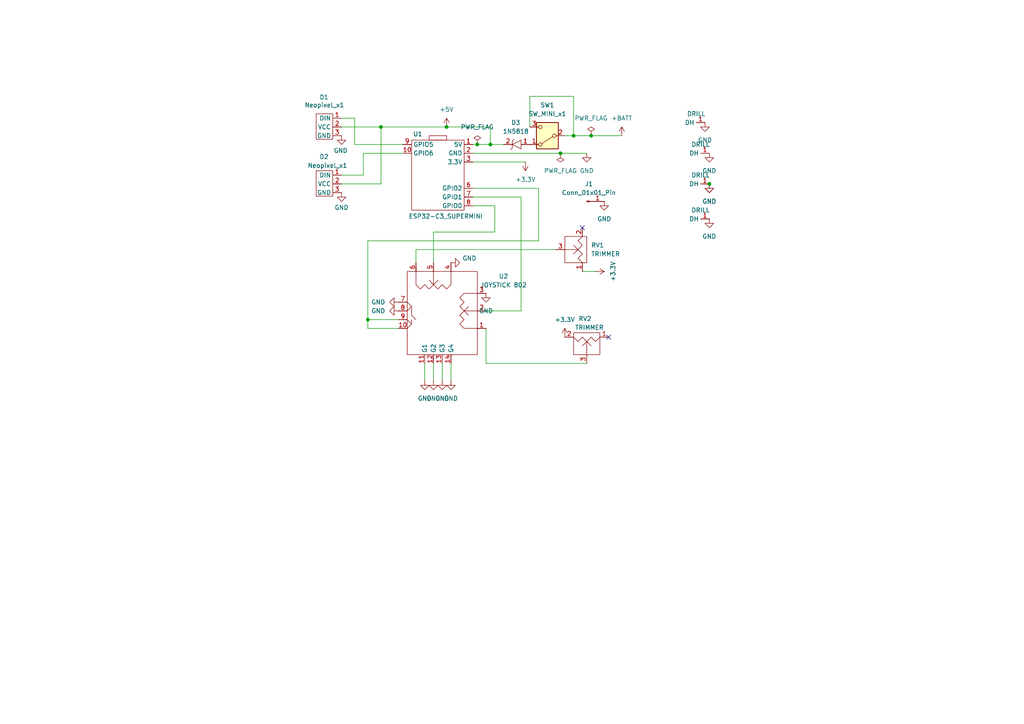
<source format=kicad_sch>
(kicad_sch
	(version 20250114)
	(generator "eeschema")
	(generator_version "9.0")
	(uuid "63e31e12-0821-4ae5-989f-7b12006a4ca9")
	(paper "A4")
	(lib_symbols
		(symbol "Connector:Conn_01x01_Pin"
			(pin_names
				(offset 1.016)
				(hide yes)
			)
			(exclude_from_sim no)
			(in_bom yes)
			(on_board yes)
			(property "Reference" "J"
				(at 0 2.54 0)
				(effects
					(font
						(size 1.27 1.27)
					)
				)
			)
			(property "Value" "Conn_01x01_Pin"
				(at 0 -2.54 0)
				(effects
					(font
						(size 1.27 1.27)
					)
				)
			)
			(property "Footprint" ""
				(at 0 0 0)
				(effects
					(font
						(size 1.27 1.27)
					)
					(hide yes)
				)
			)
			(property "Datasheet" "~"
				(at 0 0 0)
				(effects
					(font
						(size 1.27 1.27)
					)
					(hide yes)
				)
			)
			(property "Description" "Generic connector, single row, 01x01, script generated"
				(at 0 0 0)
				(effects
					(font
						(size 1.27 1.27)
					)
					(hide yes)
				)
			)
			(property "ki_locked" ""
				(at 0 0 0)
				(effects
					(font
						(size 1.27 1.27)
					)
				)
			)
			(property "ki_keywords" "connector"
				(at 0 0 0)
				(effects
					(font
						(size 1.27 1.27)
					)
					(hide yes)
				)
			)
			(property "ki_fp_filters" "Connector*:*_1x??_*"
				(at 0 0 0)
				(effects
					(font
						(size 1.27 1.27)
					)
					(hide yes)
				)
			)
			(symbol "Conn_01x01_Pin_1_1"
				(rectangle
					(start 0.8636 0.127)
					(end 0 -0.127)
					(stroke
						(width 0.1524)
						(type default)
					)
					(fill
						(type outline)
					)
				)
				(polyline
					(pts
						(xy 1.27 0) (xy 0.8636 0)
					)
					(stroke
						(width 0.1524)
						(type default)
					)
					(fill
						(type none)
					)
				)
				(pin passive line
					(at 5.08 0 180)
					(length 3.81)
					(name "Pin_1"
						(effects
							(font
								(size 1.27 1.27)
							)
						)
					)
					(number "1"
						(effects
							(font
								(size 1.27 1.27)
							)
						)
					)
				)
			)
			(embedded_fonts no)
		)
		(symbol "Gilles_Library:1N5818"
			(exclude_from_sim no)
			(in_bom yes)
			(on_board yes)
			(property "Reference" "D"
				(at 2.286 1.016 0)
				(effects
					(font
						(size 1.27 1.27)
					)
				)
			)
			(property "Value" "1N5818"
				(at 4.064 3.81 0)
				(effects
					(font
						(size 1.27 1.27)
					)
				)
			)
			(property "Footprint" "Gilles_Library:1N5818"
				(at 3.302 -10.16 0)
				(effects
					(font
						(size 1.27 1.27)
					)
					(hide yes)
				)
			)
			(property "Datasheet" ""
				(at 0 0 0)
				(effects
					(font
						(size 1.27 1.27)
					)
					(hide yes)
				)
			)
			(property "Description" ""
				(at 0 0 0)
				(effects
					(font
						(size 1.27 1.27)
					)
					(hide yes)
				)
			)
			(property "ki_keywords" "diode schottky"
				(at 0 0 0)
				(effects
					(font
						(size 1.27 1.27)
					)
					(hide yes)
				)
			)
			(symbol "1N5818_0_1"
				(polyline
					(pts
						(xy -1.524 3.048) (xy -1.016 2.54) (xy 1.016 2.54) (xy 1.524 2.032)
					)
					(stroke
						(width 0)
						(type default)
					)
					(fill
						(type none)
					)
				)
				(polyline
					(pts
						(xy 0 2.54) (xy -1.27 0) (xy 1.27 0) (xy 0 2.54)
					)
					(stroke
						(width 0)
						(type default)
					)
					(fill
						(type none)
					)
				)
			)
			(symbol "1N5818_1_1"
				(pin passive line
					(at 0 5.08 270)
					(length 2.54)
					(name ""
						(effects
							(font
								(size 1.27 1.27)
							)
						)
					)
					(number "2"
						(effects
							(font
								(size 1.27 1.27)
							)
						)
					)
				)
				(pin passive line
					(at 0 -2.54 90)
					(length 2.54)
					(name ""
						(effects
							(font
								(size 1.27 1.27)
							)
						)
					)
					(number "1"
						(effects
							(font
								(size 1.27 1.27)
							)
						)
					)
				)
			)
			(embedded_fonts no)
		)
		(symbol "Gilles_Library:DRILL_HOLE"
			(exclude_from_sim no)
			(in_bom yes)
			(on_board yes)
			(property "Reference" "DH"
				(at 0.254 2.794 0)
				(effects
					(font
						(size 1.27 1.27)
					)
					(hide yes)
				)
			)
			(property "Value" "DRILL"
				(at 1.27 -1.778 0)
				(effects
					(font
						(size 1.27 1.27)
					)
				)
			)
			(property "Footprint" "Gilles_Library:DRILL_HOLE"
				(at 0 -4.318 0)
				(effects
					(font
						(size 1.27 1.27)
					)
					(hide yes)
				)
			)
			(property "Datasheet" ""
				(at 0 0 0)
				(effects
					(font
						(size 1.27 1.27)
					)
					(hide yes)
				)
			)
			(property "Description" ""
				(at 0 0 0)
				(effects
					(font
						(size 1.27 1.27)
					)
					(hide yes)
				)
			)
			(symbol "DRILL_HOLE_1_1"
				(pin passive line
					(at 2.54 0 180)
					(length 2.54)
					(name "DH"
						(effects
							(font
								(size 1.27 1.27)
							)
						)
					)
					(number "1"
						(effects
							(font
								(size 1.27 1.27)
							)
						)
					)
				)
			)
			(embedded_fonts no)
		)
		(symbol "Gilles_Library:JOYSTICK_MODEL_802"
			(exclude_from_sim no)
			(in_bom yes)
			(on_board yes)
			(property "Reference" "U"
				(at -11.938 23.368 0)
				(effects
					(font
						(size 1.27 1.27)
					)
				)
			)
			(property "Value" "JOYSTICK 802"
				(at -1.778 10.668 0)
				(effects
					(font
						(size 1.27 1.27)
					)
				)
			)
			(property "Footprint" "Gilles_Library:JOYSTICK_MODEL_802"
				(at 0.762 -9.398 0)
				(effects
					(font
						(size 1.27 1.27)
					)
					(hide yes)
				)
			)
			(property "Datasheet" ""
				(at 0 0 0)
				(effects
					(font
						(size 1.27 1.27)
					)
					(hide yes)
				)
			)
			(property "Description" ""
				(at 0 0 0)
				(effects
					(font
						(size 1.27 1.27)
					)
					(hide yes)
				)
			)
			(symbol "JOYSTICK_MODEL_802_0_1"
				(rectangle
					(start -12.7 20.32)
					(end 11.43 0)
					(stroke
						(width 0)
						(type default)
					)
					(fill
						(type none)
					)
				)
				(polyline
					(pts
						(xy -5.08 0) (xy -5.08 3.81) (xy -3.81 5.08) (xy -2.54 3.81) (xy -1.27 5.08) (xy 0 3.81) (xy 1.27 5.08)
						(xy 2.54 3.81) (xy 3.81 5.08) (xy 5.08 3.81) (xy 5.08 0)
					)
					(stroke
						(width 0)
						(type default)
					)
					(fill
						(type none)
					)
				)
				(polyline
					(pts
						(xy -3.81 19.05) (xy -2.54 19.05)
					)
					(stroke
						(width 0)
						(type default)
					)
					(fill
						(type none)
					)
				)
				(polyline
					(pts
						(xy -2.54 20.32) (xy -3.81 19.05) (xy -5.08 20.32)
					)
					(stroke
						(width 0)
						(type default)
					)
					(fill
						(type none)
					)
				)
				(polyline
					(pts
						(xy 0 0) (xy 0 3.81) (xy -1.27 2.54) (xy 0 3.81) (xy 1.27 2.54)
					)
					(stroke
						(width 0)
						(type default)
					)
					(fill
						(type none)
					)
				)
				(polyline
					(pts
						(xy 1.27 19.05) (xy -1.27 19.05) (xy -2.54 17.78)
					)
					(stroke
						(width 0)
						(type default)
					)
					(fill
						(type none)
					)
				)
				(polyline
					(pts
						(xy 2.54 20.32) (xy 1.27 19.05) (xy 0 20.32)
					)
					(stroke
						(width 0)
						(type default)
					)
					(fill
						(type none)
					)
				)
				(polyline
					(pts
						(xy 11.43 12.7) (xy 7.62 12.7) (xy 8.89 11.43) (xy 7.62 12.7) (xy 8.89 13.97)
					)
					(stroke
						(width 0)
						(type default)
					)
					(fill
						(type none)
					)
				)
				(polyline
					(pts
						(xy 11.43 7.62) (xy 7.62 7.62) (xy 6.35 8.89) (xy 7.62 10.16) (xy 6.35 11.43) (xy 7.62 12.7) (xy 6.35 13.97)
						(xy 7.62 15.24) (xy 6.35 16.51) (xy 7.62 17.78) (xy 12.7 17.78)
					)
					(stroke
						(width 0)
						(type default)
					)
					(fill
						(type none)
					)
				)
			)
			(symbol "JOYSTICK_MODEL_802_1_1"
				(pin passive line
					(at -15.24 15.24 0)
					(length 2.54)
					(name "G1"
						(effects
							(font
								(size 1.27 1.27)
							)
						)
					)
					(number "11"
						(effects
							(font
								(size 1.27 1.27)
							)
						)
					)
				)
				(pin passive line
					(at -15.24 12.7 0)
					(length 2.54)
					(name "G2"
						(effects
							(font
								(size 1.27 1.27)
							)
						)
					)
					(number "12"
						(effects
							(font
								(size 1.27 1.27)
							)
						)
					)
				)
				(pin passive line
					(at -15.24 10.16 0)
					(length 2.54)
					(name "G3"
						(effects
							(font
								(size 1.27 1.27)
							)
						)
					)
					(number "13"
						(effects
							(font
								(size 1.27 1.27)
							)
						)
					)
				)
				(pin passive line
					(at -15.24 7.62 0)
					(length 2.54)
					(name "G4"
						(effects
							(font
								(size 1.27 1.27)
							)
						)
					)
					(number "14"
						(effects
							(font
								(size 1.27 1.27)
							)
						)
					)
				)
				(pin passive line
					(at -5.08 22.86 270)
					(length 2.54)
					(name ""
						(effects
							(font
								(size 1.27 1.27)
							)
						)
					)
					(number "10"
						(effects
							(font
								(size 1.27 1.27)
							)
						)
					)
				)
				(pin passive line
					(at -5.08 -2.54 90)
					(length 2.54)
					(name ""
						(effects
							(font
								(size 1.27 1.27)
							)
						)
					)
					(number "1"
						(effects
							(font
								(size 1.27 1.27)
							)
						)
					)
				)
				(pin passive line
					(at -2.54 22.86 270)
					(length 2.54)
					(name ""
						(effects
							(font
								(size 1.27 1.27)
							)
						)
					)
					(number "9"
						(effects
							(font
								(size 1.27 1.27)
							)
						)
					)
				)
				(pin passive line
					(at 0 22.86 270)
					(length 2.54)
					(name ""
						(effects
							(font
								(size 1.27 1.27)
							)
						)
					)
					(number "8"
						(effects
							(font
								(size 1.27 1.27)
							)
						)
					)
				)
				(pin passive line
					(at 0 -2.54 90)
					(length 2.54)
					(name ""
						(effects
							(font
								(size 1.27 1.27)
							)
						)
					)
					(number "2"
						(effects
							(font
								(size 1.27 1.27)
							)
						)
					)
				)
				(pin passive line
					(at 2.54 22.86 270)
					(length 2.54)
					(name ""
						(effects
							(font
								(size 1.27 1.27)
							)
						)
					)
					(number "7"
						(effects
							(font
								(size 1.27 1.27)
							)
						)
					)
				)
				(pin passive line
					(at 5.08 -2.54 90)
					(length 2.54)
					(name ""
						(effects
							(font
								(size 1.27 1.27)
							)
						)
					)
					(number "3"
						(effects
							(font
								(size 1.27 1.27)
							)
						)
					)
				)
				(pin passive line
					(at 13.97 17.78 180)
					(length 2.54)
					(name ""
						(effects
							(font
								(size 1.27 1.27)
							)
						)
					)
					(number "6"
						(effects
							(font
								(size 1.27 1.27)
							)
						)
					)
				)
				(pin passive line
					(at 13.97 12.7 180)
					(length 2.54)
					(name ""
						(effects
							(font
								(size 1.27 1.27)
							)
						)
					)
					(number "5"
						(effects
							(font
								(size 1.27 1.27)
							)
						)
					)
				)
				(pin passive line
					(at 13.97 7.62 180)
					(length 2.54)
					(name ""
						(effects
							(font
								(size 1.27 1.27)
							)
						)
					)
					(number "4"
						(effects
							(font
								(size 1.27 1.27)
							)
						)
					)
				)
			)
			(embedded_fonts no)
		)
		(symbol "Gilles_Library:TRIMMER"
			(exclude_from_sim no)
			(in_bom yes)
			(on_board yes)
			(property "Reference" "RV"
				(at -2.54 -3.81 0)
				(effects
					(font
						(size 1.27 1.27)
					)
				)
			)
			(property "Value" "TRIMMER"
				(at 0 -5.842 0)
				(effects
					(font
						(size 1.27 1.27)
					)
				)
			)
			(property "Footprint" "Gilles_Library:Trimmer"
				(at 1.27 -8.382 0)
				(effects
					(font
						(size 1.27 1.27)
					)
					(hide yes)
				)
			)
			(property "Datasheet" ""
				(at 1.27 0 0)
				(effects
					(font
						(size 1.27 1.27)
					)
					(hide yes)
				)
			)
			(property "Description" ""
				(at 1.27 0 0)
				(effects
					(font
						(size 1.27 1.27)
					)
					(hide yes)
				)
			)
			(symbol "TRIMMER_0_1"
				(polyline
					(pts
						(xy -3.81 -1.27) (xy -2.54 0) (xy -1.27 -1.27) (xy 0 0) (xy 1.27 -1.27) (xy 2.54 0) (xy 3.81 -1.27)
					)
					(stroke
						(width 0)
						(type default)
					)
					(fill
						(type none)
					)
				)
				(rectangle
					(start -3.81 -2.54)
					(end 3.81 3.81)
					(stroke
						(width 0)
						(type default)
					)
					(fill
						(type none)
					)
				)
				(polyline
					(pts
						(xy 0 3.81) (xy 0 0) (xy 1.27 1.27) (xy 0 0) (xy -1.27 1.27)
					)
					(stroke
						(width 0)
						(type default)
					)
					(fill
						(type none)
					)
				)
			)
			(symbol "TRIMMER_1_1"
				(pin passive line
					(at -6.35 -1.27 0)
					(length 2.54)
					(name ""
						(effects
							(font
								(size 1.27 1.27)
							)
						)
					)
					(number "1"
						(effects
							(font
								(size 1.27 1.27)
							)
						)
					)
				)
				(pin passive line
					(at 0 6.35 270)
					(length 2.54)
					(name ""
						(effects
							(font
								(size 1.27 1.27)
							)
						)
					)
					(number "3"
						(effects
							(font
								(size 1.27 1.27)
							)
						)
					)
				)
				(pin passive line
					(at 6.35 -1.27 180)
					(length 2.54)
					(name ""
						(effects
							(font
								(size 1.27 1.27)
							)
						)
					)
					(number "2"
						(effects
							(font
								(size 1.27 1.27)
							)
						)
					)
				)
			)
			(embedded_fonts no)
		)
		(symbol "SW_MINI_X1_1"
			(pin_names
				(offset 0)
				(hide yes)
			)
			(exclude_from_sim no)
			(in_bom yes)
			(on_board yes)
			(property "Reference" "SW"
				(at -2.54 7.874 0)
				(effects
					(font
						(size 1.27 1.27)
					)
				)
			)
			(property "Value" "SW_MINI_x1"
				(at 1.524 5.588 0)
				(effects
					(font
						(size 1.27 1.27)
					)
				)
			)
			(property "Footprint" "Gilles_Library:SW_MINI_X1"
				(at 1.27 -5.842 0)
				(effects
					(font
						(size 1.27 1.27)
					)
					(hide yes)
				)
			)
			(property "Datasheet" "~"
				(at 0 0 0)
				(effects
					(font
						(size 1.27 1.27)
					)
					(hide yes)
				)
			)
			(property "Description" ""
				(at 0 0 0)
				(effects
					(font
						(size 1.27 1.27)
					)
					(hide yes)
				)
			)
			(property "ki_keywords" "switch mini x1"
				(at 0 0 0)
				(effects
					(font
						(size 1.27 1.27)
					)
					(hide yes)
				)
			)
			(property "ki_fp_filters" "SW*DPDT*"
				(at 0 0 0)
				(effects
					(font
						(size 1.27 1.27)
					)
					(hide yes)
				)
			)
			(symbol "SW_MINI_X1_1_0_0"
				(circle
					(center -2.032 0)
					(radius 0.508)
					(stroke
						(width 0)
						(type default)
					)
					(fill
						(type none)
					)
				)
				(circle
					(center 2.032 -2.54)
					(radius 0.508)
					(stroke
						(width 0)
						(type default)
					)
					(fill
						(type none)
					)
				)
			)
			(symbol "SW_MINI_X1_1_0_1"
				(rectangle
					(start -3.175 3.81)
					(end 3.175 -3.81)
					(stroke
						(width 0.254)
						(type default)
					)
					(fill
						(type background)
					)
				)
				(polyline
					(pts
						(xy -1.524 0.254) (xy 1.5748 2.286)
					)
					(stroke
						(width 0)
						(type default)
					)
					(fill
						(type none)
					)
				)
				(circle
					(center 2.032 2.54)
					(radius 0.508)
					(stroke
						(width 0)
						(type default)
					)
					(fill
						(type none)
					)
				)
			)
			(symbol "SW_MINI_X1_1_1_1"
				(pin passive line
					(at -5.08 0 0)
					(length 2.54)
					(name "B"
						(effects
							(font
								(size 1.27 1.27)
							)
						)
					)
					(number "2"
						(effects
							(font
								(size 1.27 1.27)
							)
						)
					)
				)
				(pin passive line
					(at 5.08 2.54 180)
					(length 2.54)
					(name "A"
						(effects
							(font
								(size 1.27 1.27)
							)
						)
					)
					(number "1"
						(effects
							(font
								(size 1.27 1.27)
							)
						)
					)
				)
				(pin passive line
					(at 5.08 -2.54 180)
					(length 2.54)
					(name "C"
						(effects
							(font
								(size 1.27 1.27)
							)
						)
					)
					(number "3"
						(effects
							(font
								(size 1.27 1.27)
							)
						)
					)
				)
			)
			(embedded_fonts no)
		)
		(symbol "power:+3.3V"
			(power)
			(pin_numbers
				(hide yes)
			)
			(pin_names
				(offset 0)
				(hide yes)
			)
			(exclude_from_sim no)
			(in_bom yes)
			(on_board yes)
			(property "Reference" "#PWR"
				(at 0 -3.81 0)
				(effects
					(font
						(size 1.27 1.27)
					)
					(hide yes)
				)
			)
			(property "Value" "+3.3V"
				(at 0 3.556 0)
				(effects
					(font
						(size 1.27 1.27)
					)
				)
			)
			(property "Footprint" ""
				(at 0 0 0)
				(effects
					(font
						(size 1.27 1.27)
					)
					(hide yes)
				)
			)
			(property "Datasheet" ""
				(at 0 0 0)
				(effects
					(font
						(size 1.27 1.27)
					)
					(hide yes)
				)
			)
			(property "Description" "Power symbol creates a global label with name \"+3.3V\""
				(at 0 0 0)
				(effects
					(font
						(size 1.27 1.27)
					)
					(hide yes)
				)
			)
			(property "ki_keywords" "global power"
				(at 0 0 0)
				(effects
					(font
						(size 1.27 1.27)
					)
					(hide yes)
				)
			)
			(symbol "+3.3V_0_1"
				(polyline
					(pts
						(xy -0.762 1.27) (xy 0 2.54)
					)
					(stroke
						(width 0)
						(type default)
					)
					(fill
						(type none)
					)
				)
				(polyline
					(pts
						(xy 0 2.54) (xy 0.762 1.27)
					)
					(stroke
						(width 0)
						(type default)
					)
					(fill
						(type none)
					)
				)
				(polyline
					(pts
						(xy 0 0) (xy 0 2.54)
					)
					(stroke
						(width 0)
						(type default)
					)
					(fill
						(type none)
					)
				)
			)
			(symbol "+3.3V_1_1"
				(pin power_in line
					(at 0 0 90)
					(length 0)
					(name "~"
						(effects
							(font
								(size 1.27 1.27)
							)
						)
					)
					(number "1"
						(effects
							(font
								(size 1.27 1.27)
							)
						)
					)
				)
			)
			(embedded_fonts no)
		)
		(symbol "power:+5V"
			(power)
			(pin_numbers
				(hide yes)
			)
			(pin_names
				(offset 0)
				(hide yes)
			)
			(exclude_from_sim no)
			(in_bom yes)
			(on_board yes)
			(property "Reference" "#PWR"
				(at 0 -3.81 0)
				(effects
					(font
						(size 1.27 1.27)
					)
					(hide yes)
				)
			)
			(property "Value" "+5V"
				(at 0 3.556 0)
				(effects
					(font
						(size 1.27 1.27)
					)
				)
			)
			(property "Footprint" ""
				(at 0 0 0)
				(effects
					(font
						(size 1.27 1.27)
					)
					(hide yes)
				)
			)
			(property "Datasheet" ""
				(at 0 0 0)
				(effects
					(font
						(size 1.27 1.27)
					)
					(hide yes)
				)
			)
			(property "Description" "Power symbol creates a global label with name \"+5V\""
				(at 0 0 0)
				(effects
					(font
						(size 1.27 1.27)
					)
					(hide yes)
				)
			)
			(property "ki_keywords" "global power"
				(at 0 0 0)
				(effects
					(font
						(size 1.27 1.27)
					)
					(hide yes)
				)
			)
			(symbol "+5V_0_1"
				(polyline
					(pts
						(xy -0.762 1.27) (xy 0 2.54)
					)
					(stroke
						(width 0)
						(type default)
					)
					(fill
						(type none)
					)
				)
				(polyline
					(pts
						(xy 0 2.54) (xy 0.762 1.27)
					)
					(stroke
						(width 0)
						(type default)
					)
					(fill
						(type none)
					)
				)
				(polyline
					(pts
						(xy 0 0) (xy 0 2.54)
					)
					(stroke
						(width 0)
						(type default)
					)
					(fill
						(type none)
					)
				)
			)
			(symbol "+5V_1_1"
				(pin power_in line
					(at 0 0 90)
					(length 0)
					(name "~"
						(effects
							(font
								(size 1.27 1.27)
							)
						)
					)
					(number "1"
						(effects
							(font
								(size 1.27 1.27)
							)
						)
					)
				)
			)
			(embedded_fonts no)
		)
		(symbol "power:+BATT"
			(power)
			(pin_numbers
				(hide yes)
			)
			(pin_names
				(offset 0)
				(hide yes)
			)
			(exclude_from_sim no)
			(in_bom yes)
			(on_board yes)
			(property "Reference" "#PWR"
				(at 0 -3.81 0)
				(effects
					(font
						(size 1.27 1.27)
					)
					(hide yes)
				)
			)
			(property "Value" "+BATT"
				(at 0 3.556 0)
				(effects
					(font
						(size 1.27 1.27)
					)
				)
			)
			(property "Footprint" ""
				(at 0 0 0)
				(effects
					(font
						(size 1.27 1.27)
					)
					(hide yes)
				)
			)
			(property "Datasheet" ""
				(at 0 0 0)
				(effects
					(font
						(size 1.27 1.27)
					)
					(hide yes)
				)
			)
			(property "Description" "Power symbol creates a global label with name \"+BATT\""
				(at 0 0 0)
				(effects
					(font
						(size 1.27 1.27)
					)
					(hide yes)
				)
			)
			(property "ki_keywords" "global power battery"
				(at 0 0 0)
				(effects
					(font
						(size 1.27 1.27)
					)
					(hide yes)
				)
			)
			(symbol "+BATT_0_1"
				(polyline
					(pts
						(xy -0.762 1.27) (xy 0 2.54)
					)
					(stroke
						(width 0)
						(type default)
					)
					(fill
						(type none)
					)
				)
				(polyline
					(pts
						(xy 0 2.54) (xy 0.762 1.27)
					)
					(stroke
						(width 0)
						(type default)
					)
					(fill
						(type none)
					)
				)
				(polyline
					(pts
						(xy 0 0) (xy 0 2.54)
					)
					(stroke
						(width 0)
						(type default)
					)
					(fill
						(type none)
					)
				)
			)
			(symbol "+BATT_1_1"
				(pin power_in line
					(at 0 0 90)
					(length 0)
					(name "~"
						(effects
							(font
								(size 1.27 1.27)
							)
						)
					)
					(number "1"
						(effects
							(font
								(size 1.27 1.27)
							)
						)
					)
				)
			)
			(embedded_fonts no)
		)
		(symbol "power:GND"
			(power)
			(pin_numbers
				(hide yes)
			)
			(pin_names
				(offset 0)
				(hide yes)
			)
			(exclude_from_sim no)
			(in_bom yes)
			(on_board yes)
			(property "Reference" "#PWR"
				(at 0 -6.35 0)
				(effects
					(font
						(size 1.27 1.27)
					)
					(hide yes)
				)
			)
			(property "Value" "GND"
				(at 0 -3.81 0)
				(effects
					(font
						(size 1.27 1.27)
					)
				)
			)
			(property "Footprint" ""
				(at 0 0 0)
				(effects
					(font
						(size 1.27 1.27)
					)
					(hide yes)
				)
			)
			(property "Datasheet" ""
				(at 0 0 0)
				(effects
					(font
						(size 1.27 1.27)
					)
					(hide yes)
				)
			)
			(property "Description" "Power symbol creates a global label with name \"GND\" , ground"
				(at 0 0 0)
				(effects
					(font
						(size 1.27 1.27)
					)
					(hide yes)
				)
			)
			(property "ki_keywords" "global power"
				(at 0 0 0)
				(effects
					(font
						(size 1.27 1.27)
					)
					(hide yes)
				)
			)
			(symbol "GND_0_1"
				(polyline
					(pts
						(xy 0 0) (xy 0 -1.27) (xy 1.27 -1.27) (xy 0 -2.54) (xy -1.27 -1.27) (xy 0 -1.27)
					)
					(stroke
						(width 0)
						(type default)
					)
					(fill
						(type none)
					)
				)
			)
			(symbol "GND_1_1"
				(pin power_in line
					(at 0 0 270)
					(length 0)
					(name "~"
						(effects
							(font
								(size 1.27 1.27)
							)
						)
					)
					(number "1"
						(effects
							(font
								(size 1.27 1.27)
							)
						)
					)
				)
			)
			(embedded_fonts no)
		)
		(symbol "power:PWR_FLAG"
			(power)
			(pin_numbers
				(hide yes)
			)
			(pin_names
				(offset 0)
				(hide yes)
			)
			(exclude_from_sim no)
			(in_bom yes)
			(on_board yes)
			(property "Reference" "#FLG"
				(at 0 1.905 0)
				(effects
					(font
						(size 1.27 1.27)
					)
					(hide yes)
				)
			)
			(property "Value" "PWR_FLAG"
				(at 0 3.81 0)
				(effects
					(font
						(size 1.27 1.27)
					)
				)
			)
			(property "Footprint" ""
				(at 0 0 0)
				(effects
					(font
						(size 1.27 1.27)
					)
					(hide yes)
				)
			)
			(property "Datasheet" "~"
				(at 0 0 0)
				(effects
					(font
						(size 1.27 1.27)
					)
					(hide yes)
				)
			)
			(property "Description" "Special symbol for telling ERC where power comes from"
				(at 0 0 0)
				(effects
					(font
						(size 1.27 1.27)
					)
					(hide yes)
				)
			)
			(property "ki_keywords" "flag power"
				(at 0 0 0)
				(effects
					(font
						(size 1.27 1.27)
					)
					(hide yes)
				)
			)
			(symbol "PWR_FLAG_0_0"
				(pin power_out line
					(at 0 0 90)
					(length 0)
					(name "~"
						(effects
							(font
								(size 1.27 1.27)
							)
						)
					)
					(number "1"
						(effects
							(font
								(size 1.27 1.27)
							)
						)
					)
				)
			)
			(symbol "PWR_FLAG_0_1"
				(polyline
					(pts
						(xy 0 0) (xy 0 1.27) (xy -1.016 1.905) (xy 0 2.54) (xy 1.016 1.905) (xy 0 1.27)
					)
					(stroke
						(width 0)
						(type default)
					)
					(fill
						(type none)
					)
				)
			)
			(embedded_fonts no)
		)
		(symbol "telecommande:ESP32-C3_MINI"
			(exclude_from_sim no)
			(in_bom yes)
			(on_board yes)
			(property "Reference" "U"
				(at -6.604 14.732 0)
				(effects
					(font
						(size 1.27 1.27)
					)
				)
			)
			(property "Value" "ESP32-C3_SUPERMINI"
				(at 2.032 12.446 0)
				(effects
					(font
						(size 1.27 1.27)
					)
				)
			)
			(property "Footprint" "telecommande:ESP32-C3_SUPERMINI"
				(at 1.524 -12.192 0)
				(effects
					(font
						(size 1.27 1.27)
					)
					(hide yes)
				)
			)
			(property "Datasheet" ""
				(at -5.842 12.954 0)
				(effects
					(font
						(size 1.27 1.27)
					)
					(hide yes)
				)
			)
			(property "Description" ""
				(at -5.842 12.954 0)
				(effects
					(font
						(size 1.27 1.27)
					)
					(hide yes)
				)
			)
			(symbol "ESP32-C3_MINI_0_1"
				(rectangle
					(start -7.62 10.16)
					(end 7.62 -10.16)
					(stroke
						(width 0)
						(type default)
					)
					(fill
						(type none)
					)
				)
				(rectangle
					(start -2.54 10.16)
					(end 2.54 11.43)
					(stroke
						(width 0)
						(type default)
					)
					(fill
						(type none)
					)
				)
			)
			(symbol "ESP32-C3_MINI_1_1"
				(pin bidirectional line
					(at -10.16 8.89 0)
					(length 2.54)
					(name "GPIO5"
						(effects
							(font
								(size 1.27 1.27)
							)
						)
					)
					(number "9"
						(effects
							(font
								(size 1.27 1.27)
							)
						)
					)
				)
				(pin bidirectional line
					(at -10.16 6.35 0)
					(length 2.54)
					(name "GPIO6"
						(effects
							(font
								(size 1.27 1.27)
							)
						)
					)
					(number "10"
						(effects
							(font
								(size 1.27 1.27)
							)
						)
					)
				)
				(pin power_in line
					(at 10.16 8.89 180)
					(length 2.54)
					(name "5V"
						(effects
							(font
								(size 1.27 1.27)
							)
						)
					)
					(number "1"
						(effects
							(font
								(size 1.27 1.27)
							)
						)
					)
				)
				(pin power_in line
					(at 10.16 6.35 180)
					(length 2.54)
					(name "GND"
						(effects
							(font
								(size 1.27 1.27)
							)
						)
					)
					(number "2"
						(effects
							(font
								(size 1.27 1.27)
							)
						)
					)
				)
				(pin power_out line
					(at 10.16 3.81 180)
					(length 2.54)
					(name "3.3V"
						(effects
							(font
								(size 1.27 1.27)
							)
						)
					)
					(number "3"
						(effects
							(font
								(size 1.27 1.27)
							)
						)
					)
				)
				(pin bidirectional line
					(at 10.16 -3.81 180)
					(length 2.54)
					(name "GPIO2"
						(effects
							(font
								(size 1.27 1.27)
							)
						)
					)
					(number "6"
						(effects
							(font
								(size 1.27 1.27)
							)
						)
					)
				)
				(pin bidirectional line
					(at 10.16 -6.35 180)
					(length 2.54)
					(name "GPIO1"
						(effects
							(font
								(size 1.27 1.27)
							)
						)
					)
					(number "7"
						(effects
							(font
								(size 1.27 1.27)
							)
						)
					)
				)
				(pin bidirectional line
					(at 10.16 -8.89 180)
					(length 2.54)
					(name "GPIO0"
						(effects
							(font
								(size 1.27 1.27)
							)
						)
					)
					(number "8"
						(effects
							(font
								(size 1.27 1.27)
							)
						)
					)
				)
			)
			(embedded_fonts no)
		)
		(symbol "telecommande:Neopixel_x1"
			(exclude_from_sim no)
			(in_bom yes)
			(on_board yes)
			(property "Reference" "D"
				(at -2.286 7.874 0)
				(effects
					(font
						(size 1.27 1.27)
					)
				)
			)
			(property "Value" "Neopixel_x1"
				(at 2.794 5.588 0)
				(effects
					(font
						(size 1.27 1.27)
					)
				)
			)
			(property "Footprint" "telecommande:Neopixel_x1"
				(at 0.254 -6.35 0)
				(effects
					(font
						(size 1.27 1.27)
					)
					(hide yes)
				)
			)
			(property "Datasheet" ""
				(at 0 0 0)
				(effects
					(font
						(size 1.27 1.27)
					)
					(hide yes)
				)
			)
			(property "Description" ""
				(at 0 0 0)
				(effects
					(font
						(size 1.27 1.27)
					)
					(hide yes)
				)
			)
			(property "ki_keywords" "neopixel x1"
				(at 0 0 0)
				(effects
					(font
						(size 1.27 1.27)
					)
					(hide yes)
				)
			)
			(symbol "Neopixel_x1_0_1"
				(polyline
					(pts
						(xy -2.286 3.81) (xy 2.54 3.81) (xy 2.54 -3.556) (xy -2.286 -3.556) (xy -2.286 3.81)
					)
					(stroke
						(width 0)
						(type default)
					)
					(fill
						(type none)
					)
				)
			)
			(symbol "Neopixel_x1_1_1"
				(pin input line
					(at 5.08 2.54 180)
					(length 2.54)
					(name "DIN"
						(effects
							(font
								(size 1.27 1.27)
							)
						)
					)
					(number "1"
						(effects
							(font
								(size 1.27 1.27)
							)
						)
					)
				)
				(pin power_in line
					(at 5.08 0 180)
					(length 2.54)
					(name "VCC"
						(effects
							(font
								(size 1.27 1.27)
							)
						)
					)
					(number "2"
						(effects
							(font
								(size 1.27 1.27)
							)
						)
					)
				)
				(pin passive line
					(at 5.08 -2.54 180)
					(length 2.54)
					(name "GND"
						(effects
							(font
								(size 1.27 1.27)
							)
						)
					)
					(number "3"
						(effects
							(font
								(size 1.27 1.27)
							)
						)
					)
				)
			)
			(embedded_fonts no)
		)
	)
	(junction
		(at 162.56 44.45)
		(diameter 0)
		(color 0 0 0 0)
		(uuid "023f0cf3-b4d2-4134-8de8-53d238e8b403")
	)
	(junction
		(at 171.45 39.37)
		(diameter 0)
		(color 0 0 0 0)
		(uuid "1f7e6df3-985b-4620-87cd-f31c31c368a0")
	)
	(junction
		(at 166.37 39.37)
		(diameter 0)
		(color 0 0 0 0)
		(uuid "3ab14123-c416-4766-a29c-31e91435ed5c")
	)
	(junction
		(at 205.74 53.34)
		(diameter 0)
		(color 0 0 0 0)
		(uuid "4eb9bbbd-c7cb-4650-b8a9-7e0733d0603f")
	)
	(junction
		(at 129.54 36.83)
		(diameter 0)
		(color 0 0 0 0)
		(uuid "4fd1cdac-cdae-43de-9c8e-1b5b11e36b9e")
	)
	(junction
		(at 142.24 41.91)
		(diameter 0)
		(color 0 0 0 0)
		(uuid "58aaf62f-8896-4aca-8b2a-02a2cb8fb135")
	)
	(junction
		(at 138.43 41.91)
		(diameter 0)
		(color 0 0 0 0)
		(uuid "67880427-493b-4b45-9572-03c5afd9c29c")
	)
	(junction
		(at 106.68 92.71)
		(diameter 0)
		(color 0 0 0 0)
		(uuid "a43c8715-c4f8-46e9-a91d-09c8bd716153")
	)
	(junction
		(at 110.49 36.83)
		(diameter 0)
		(color 0 0 0 0)
		(uuid "fa106438-b32e-4d45-bf9d-fcbece5a8850")
	)
	(no_connect
		(at 168.91 66.04)
		(uuid "2945952a-2f86-4a1d-aef3-9321680967d5")
	)
	(no_connect
		(at 176.53 97.79)
		(uuid "84718c0a-dea1-42db-90bf-d7548c150808")
	)
	(wire
		(pts
			(xy 143.51 59.69) (xy 137.16 59.69)
		)
		(stroke
			(width 0)
			(type default)
		)
		(uuid "0c9020e8-edf2-48e9-87fc-e1ef8b38a16d")
	)
	(wire
		(pts
			(xy 102.87 41.91) (xy 116.84 41.91)
		)
		(stroke
			(width 0)
			(type default)
		)
		(uuid "0d88bed7-7acd-4919-8dcc-68425fec3b9e")
	)
	(wire
		(pts
			(xy 140.97 90.17) (xy 151.13 90.17)
		)
		(stroke
			(width 0)
			(type default)
		)
		(uuid "1092ff74-ab8f-4e58-95f7-f20b3f107429")
	)
	(wire
		(pts
			(xy 99.06 50.8) (xy 105.41 50.8)
		)
		(stroke
			(width 0)
			(type default)
		)
		(uuid "10a24143-d5b3-48b3-9873-b343d59ec7ff")
	)
	(wire
		(pts
			(xy 151.13 90.17) (xy 151.13 57.15)
		)
		(stroke
			(width 0)
			(type default)
		)
		(uuid "11211dd2-d710-49d1-824f-eb434afdfad9")
	)
	(wire
		(pts
			(xy 142.24 36.83) (xy 142.24 41.91)
		)
		(stroke
			(width 0)
			(type default)
		)
		(uuid "23482b17-8a1c-4b4e-be8a-81dd88c1f170")
	)
	(wire
		(pts
			(xy 140.97 105.41) (xy 140.97 95.25)
		)
		(stroke
			(width 0)
			(type default)
		)
		(uuid "27c2dc81-ce2f-4a33-8ad4-603150a2d853")
	)
	(wire
		(pts
			(xy 105.41 44.45) (xy 105.41 50.8)
		)
		(stroke
			(width 0)
			(type default)
		)
		(uuid "28967505-0bb8-4fce-850f-6ee34844b7c4")
	)
	(wire
		(pts
			(xy 162.56 44.45) (xy 170.18 44.45)
		)
		(stroke
			(width 0)
			(type default)
		)
		(uuid "2ed849ac-362e-4306-92a7-b8a7df540a2c")
	)
	(wire
		(pts
			(xy 143.51 67.31) (xy 143.51 59.69)
		)
		(stroke
			(width 0)
			(type default)
		)
		(uuid "38a8d12c-43b4-49ce-ae2e-52e85012bbd7")
	)
	(wire
		(pts
			(xy 166.37 27.94) (xy 166.37 39.37)
		)
		(stroke
			(width 0)
			(type default)
		)
		(uuid "4582a51b-bf28-46e3-bd65-1d2bced2f34f")
	)
	(wire
		(pts
			(xy 99.06 34.29) (xy 102.87 34.29)
		)
		(stroke
			(width 0)
			(type default)
		)
		(uuid "4f701c02-2ce5-4049-ac23-8c2d5f3dd85c")
	)
	(wire
		(pts
			(xy 125.73 76.2) (xy 125.73 67.31)
		)
		(stroke
			(width 0)
			(type default)
		)
		(uuid "508b34b4-57c8-4319-a662-dc1d7ab6ce30")
	)
	(wire
		(pts
			(xy 137.16 44.45) (xy 162.56 44.45)
		)
		(stroke
			(width 0)
			(type default)
		)
		(uuid "5bef06b5-6b94-4277-bf70-3cc7bd6ed010")
	)
	(wire
		(pts
			(xy 166.37 39.37) (xy 171.45 39.37)
		)
		(stroke
			(width 0)
			(type default)
		)
		(uuid "5d979dd5-88bf-4176-8986-7564a6476955")
	)
	(wire
		(pts
			(xy 137.16 54.61) (xy 156.21 54.61)
		)
		(stroke
			(width 0)
			(type default)
		)
		(uuid "61e9123e-206d-484d-8b84-f3f7e82bdfac")
	)
	(wire
		(pts
			(xy 106.68 69.85) (xy 106.68 92.71)
		)
		(stroke
			(width 0)
			(type default)
		)
		(uuid "6250d153-ca0c-44d6-a69e-3e667444b03b")
	)
	(wire
		(pts
			(xy 106.68 92.71) (xy 115.57 92.71)
		)
		(stroke
			(width 0)
			(type default)
		)
		(uuid "63ab0fce-9c18-42c6-b8f1-17c3a5951ec1")
	)
	(wire
		(pts
			(xy 115.57 95.25) (xy 106.68 95.25)
		)
		(stroke
			(width 0)
			(type default)
		)
		(uuid "725301f6-9af7-47dd-bba8-3f39227a987e")
	)
	(wire
		(pts
			(xy 123.19 105.41) (xy 123.19 110.49)
		)
		(stroke
			(width 0)
			(type default)
		)
		(uuid "8a319727-c50b-4ff3-a489-a78fa724f466")
	)
	(wire
		(pts
			(xy 106.68 69.85) (xy 156.21 69.85)
		)
		(stroke
			(width 0)
			(type default)
		)
		(uuid "9245fc43-019a-4406-9c99-e68648486fef")
	)
	(wire
		(pts
			(xy 153.67 27.94) (xy 166.37 27.94)
		)
		(stroke
			(width 0)
			(type default)
		)
		(uuid "983f0557-e11d-441c-b3a2-f0684a271159")
	)
	(wire
		(pts
			(xy 110.49 53.34) (xy 110.49 36.83)
		)
		(stroke
			(width 0)
			(type default)
		)
		(uuid "9fac08c7-1431-4f80-9654-cdf6150925f8")
	)
	(wire
		(pts
			(xy 130.81 105.41) (xy 130.81 110.49)
		)
		(stroke
			(width 0)
			(type default)
		)
		(uuid "a5d04bc1-3b41-4199-b05b-7b1b6971faa2")
	)
	(wire
		(pts
			(xy 156.21 69.85) (xy 156.21 54.61)
		)
		(stroke
			(width 0)
			(type default)
		)
		(uuid "a89af200-3b10-43f6-b21a-65ad1aa7e4cf")
	)
	(wire
		(pts
			(xy 151.13 57.15) (xy 137.16 57.15)
		)
		(stroke
			(width 0)
			(type default)
		)
		(uuid "ac609348-f4c0-4c1c-a8b8-5efc05ce9b36")
	)
	(wire
		(pts
			(xy 170.18 105.41) (xy 140.97 105.41)
		)
		(stroke
			(width 0)
			(type default)
		)
		(uuid "add28055-d1b8-49e3-a31d-d10494f4e1b0")
	)
	(wire
		(pts
			(xy 163.83 39.37) (xy 166.37 39.37)
		)
		(stroke
			(width 0)
			(type default)
		)
		(uuid "ae7ad66c-5243-4ec9-ab06-e4452cb46333")
	)
	(wire
		(pts
			(xy 99.06 36.83) (xy 110.49 36.83)
		)
		(stroke
			(width 0)
			(type default)
		)
		(uuid "b2ff5810-ab1d-4e4e-8e81-1e1d45bdc4a0")
	)
	(wire
		(pts
			(xy 142.24 41.91) (xy 138.43 41.91)
		)
		(stroke
			(width 0)
			(type default)
		)
		(uuid "b4f4282f-2045-4d70-965c-325a4da875f3")
	)
	(wire
		(pts
			(xy 120.65 72.39) (xy 120.65 76.2)
		)
		(stroke
			(width 0)
			(type default)
		)
		(uuid "b8b47d4d-3e2b-4827-9855-a21834a779fd")
	)
	(wire
		(pts
			(xy 171.45 39.37) (xy 180.34 39.37)
		)
		(stroke
			(width 0)
			(type default)
		)
		(uuid "bcc8955a-8e05-4c57-8d19-1e214b9e06ce")
	)
	(wire
		(pts
			(xy 125.73 105.41) (xy 125.73 110.49)
		)
		(stroke
			(width 0)
			(type default)
		)
		(uuid "bd982f64-d843-4395-9afc-3d62a0925e59")
	)
	(wire
		(pts
			(xy 110.49 36.83) (xy 129.54 36.83)
		)
		(stroke
			(width 0)
			(type default)
		)
		(uuid "bf6a44d6-d970-4e9b-8787-3162f1964721")
	)
	(wire
		(pts
			(xy 137.16 46.99) (xy 152.4 46.99)
		)
		(stroke
			(width 0)
			(type default)
		)
		(uuid "c7825bde-52b2-4566-8a3c-bb3bde04370c")
	)
	(wire
		(pts
			(xy 106.68 92.71) (xy 106.68 95.25)
		)
		(stroke
			(width 0)
			(type default)
		)
		(uuid "c92573aa-f5c2-4f96-8f37-b8c578ebfee7")
	)
	(wire
		(pts
			(xy 172.72 78.74) (xy 168.91 78.74)
		)
		(stroke
			(width 0)
			(type default)
		)
		(uuid "cb20b103-7f63-4bfb-a537-2875ebb9fe00")
	)
	(wire
		(pts
			(xy 137.16 41.91) (xy 138.43 41.91)
		)
		(stroke
			(width 0)
			(type default)
		)
		(uuid "cb65dffa-47c2-41e2-9a82-41b46988f12f")
	)
	(wire
		(pts
			(xy 99.06 53.34) (xy 110.49 53.34)
		)
		(stroke
			(width 0)
			(type default)
		)
		(uuid "cb9a9608-24c5-4a24-8811-33f5812764ec")
	)
	(wire
		(pts
			(xy 128.27 105.41) (xy 128.27 110.49)
		)
		(stroke
			(width 0)
			(type default)
		)
		(uuid "d03a6922-b718-455a-8eb4-e18b1612fd5f")
	)
	(wire
		(pts
			(xy 102.87 34.29) (xy 102.87 41.91)
		)
		(stroke
			(width 0)
			(type default)
		)
		(uuid "dbc5d6a0-bc11-49fd-8142-00994a1fe5e1")
	)
	(wire
		(pts
			(xy 105.41 44.45) (xy 116.84 44.45)
		)
		(stroke
			(width 0)
			(type default)
		)
		(uuid "deed460c-c158-4dcf-a0f2-86ce0a71ec66")
	)
	(wire
		(pts
			(xy 142.24 41.91) (xy 146.05 41.91)
		)
		(stroke
			(width 0)
			(type default)
		)
		(uuid "e89c399d-4480-4dd7-9d3a-3cc84deffeff")
	)
	(wire
		(pts
			(xy 125.73 67.31) (xy 143.51 67.31)
		)
		(stroke
			(width 0)
			(type default)
		)
		(uuid "eaa0af90-6861-40a5-bf30-83d19040643e")
	)
	(wire
		(pts
			(xy 161.29 72.39) (xy 120.65 72.39)
		)
		(stroke
			(width 0)
			(type default)
		)
		(uuid "ec0b0535-b3b6-4d5a-ab68-8a02b9426d80")
	)
	(wire
		(pts
			(xy 153.67 36.83) (xy 153.67 27.94)
		)
		(stroke
			(width 0)
			(type default)
		)
		(uuid "fbda45f3-7871-454f-bb8c-af1b65e636f5")
	)
	(wire
		(pts
			(xy 129.54 36.83) (xy 142.24 36.83)
		)
		(stroke
			(width 0)
			(type default)
		)
		(uuid "fd95ee00-1e84-47eb-a7e1-b54aed1dc244")
	)
	(symbol
		(lib_id "Connector:Conn_01x01_Pin")
		(at 170.18 58.42 0)
		(unit 1)
		(exclude_from_sim no)
		(in_bom yes)
		(on_board yes)
		(dnp no)
		(fields_autoplaced yes)
		(uuid "000667b5-7e5d-44cc-9097-02adf9e3d6c3")
		(property "Reference" "J1"
			(at 170.815 53.34 0)
			(effects
				(font
					(size 1.27 1.27)
				)
			)
		)
		(property "Value" "Conn_01x01_Pin"
			(at 170.815 55.88 0)
			(effects
				(font
					(size 1.27 1.27)
				)
			)
		)
		(property "Footprint" "Gilles_Library:SINGLE PIN"
			(at 170.18 58.42 0)
			(effects
				(font
					(size 1.27 1.27)
				)
				(hide yes)
			)
		)
		(property "Datasheet" "~"
			(at 170.18 58.42 0)
			(effects
				(font
					(size 1.27 1.27)
				)
				(hide yes)
			)
		)
		(property "Description" "Generic connector, single row, 01x01, script generated"
			(at 170.18 58.42 0)
			(effects
				(font
					(size 1.27 1.27)
				)
				(hide yes)
			)
		)
		(pin "1"
			(uuid "75bf78b6-ec44-4797-a16a-741ecca5fe10")
		)
		(instances
			(project ""
				(path "/63e31e12-0821-4ae5-989f-7b12006a4ca9"
					(reference "J1")
					(unit 1)
				)
			)
		)
	)
	(symbol
		(lib_id "power:GND")
		(at 99.06 55.88 0)
		(unit 1)
		(exclude_from_sim no)
		(in_bom yes)
		(on_board yes)
		(dnp no)
		(uuid "02cd728b-e344-4863-bc93-b7858c69a0bd")
		(property "Reference" "#PWR014"
			(at 99.06 62.23 0)
			(effects
				(font
					(size 1.27 1.27)
				)
				(hide yes)
			)
		)
		(property "Value" "GND"
			(at 99.06 60.198 0)
			(effects
				(font
					(size 1.27 1.27)
				)
			)
		)
		(property "Footprint" ""
			(at 99.06 55.88 0)
			(effects
				(font
					(size 1.27 1.27)
				)
				(hide yes)
			)
		)
		(property "Datasheet" ""
			(at 99.06 55.88 0)
			(effects
				(font
					(size 1.27 1.27)
				)
				(hide yes)
			)
		)
		(property "Description" "Power symbol creates a global label with name \"GND\" , ground"
			(at 99.06 55.88 0)
			(effects
				(font
					(size 1.27 1.27)
				)
				(hide yes)
			)
		)
		(pin "1"
			(uuid "8f4da7c0-9591-401d-8fa0-0b3b4ceab24d")
		)
		(instances
			(project ""
				(path "/63e31e12-0821-4ae5-989f-7b12006a4ca9"
					(reference "#PWR014")
					(unit 1)
				)
			)
		)
	)
	(symbol
		(lib_id "Gilles_Library:JOYSTICK_MODEL_802")
		(at 138.43 90.17 90)
		(unit 1)
		(exclude_from_sim no)
		(in_bom yes)
		(on_board yes)
		(dnp no)
		(fields_autoplaced yes)
		(uuid "04a6b9f7-caaf-41d3-9855-3199a96d38e2")
		(property "Reference" "U2"
			(at 146.05 80.1368 90)
			(effects
				(font
					(size 1.27 1.27)
				)
			)
		)
		(property "Value" "JOYSTICK 802"
			(at 146.05 82.6768 90)
			(effects
				(font
					(size 1.27 1.27)
				)
			)
		)
		(property "Footprint" "Gilles_Library:JOYSTICK_MODEL_802"
			(at 147.828 89.408 0)
			(effects
				(font
					(size 1.27 1.27)
				)
				(hide yes)
			)
		)
		(property "Datasheet" ""
			(at 138.43 90.17 0)
			(effects
				(font
					(size 1.27 1.27)
				)
				(hide yes)
			)
		)
		(property "Description" ""
			(at 138.43 90.17 0)
			(effects
				(font
					(size 1.27 1.27)
				)
				(hide yes)
			)
		)
		(pin "11"
			(uuid "ba9f1114-6dc3-453e-bb1e-f7ae35690c9a")
		)
		(pin "14"
			(uuid "19d3422b-4c0d-43c5-b080-51833a1d9b3f")
		)
		(pin "1"
			(uuid "0d0fda61-65c7-4203-9ece-4caab4cc1cb3")
		)
		(pin "8"
			(uuid "fe28bbab-29dc-44f9-b8c4-bf26c791a37b")
		)
		(pin "2"
			(uuid "4fed8f6f-8c90-4af4-8d71-9636bf15d662")
		)
		(pin "9"
			(uuid "1a898a9a-d98c-4f15-857c-98905059ffbb")
		)
		(pin "7"
			(uuid "fecdf2af-5f7c-4c2a-9e1b-659ff5d03de3")
		)
		(pin "4"
			(uuid "365c4593-cf60-4bc0-8a12-ef19693bc3b4")
		)
		(pin "3"
			(uuid "f606d82d-8df7-479f-bed2-654a2e3937ac")
		)
		(pin "5"
			(uuid "1241d02f-dfca-4e33-90ed-d978db3d925a")
		)
		(pin "13"
			(uuid "ca7a5716-0a7c-4349-9919-25c02d7bed58")
		)
		(pin "12"
			(uuid "7636fcfa-edff-42f0-b097-e68039191145")
		)
		(pin "10"
			(uuid "8d27e96c-5e5b-4cf6-9d8b-32b5998e2f2b")
		)
		(pin "6"
			(uuid "569e4a2a-9263-4d0c-b1fa-4477643fded2")
		)
		(instances
			(project ""
				(path "/63e31e12-0821-4ae5-989f-7b12006a4ca9"
					(reference "U2")
					(unit 1)
				)
			)
		)
	)
	(symbol
		(lib_id "power:GND")
		(at 205.74 63.5 0)
		(unit 1)
		(exclude_from_sim no)
		(in_bom yes)
		(on_board yes)
		(dnp no)
		(fields_autoplaced yes)
		(uuid "0b1ab889-a760-4ea5-93a4-c9f857ad995f")
		(property "Reference" "#PWR022"
			(at 205.74 69.85 0)
			(effects
				(font
					(size 1.27 1.27)
				)
				(hide yes)
			)
		)
		(property "Value" "GND"
			(at 205.74 68.58 0)
			(effects
				(font
					(size 1.27 1.27)
				)
			)
		)
		(property "Footprint" ""
			(at 205.74 63.5 0)
			(effects
				(font
					(size 1.27 1.27)
				)
				(hide yes)
			)
		)
		(property "Datasheet" ""
			(at 205.74 63.5 0)
			(effects
				(font
					(size 1.27 1.27)
				)
				(hide yes)
			)
		)
		(property "Description" "Power symbol creates a global label with name \"GND\" , ground"
			(at 205.74 63.5 0)
			(effects
				(font
					(size 1.27 1.27)
				)
				(hide yes)
			)
		)
		(pin "1"
			(uuid "7af65a6f-b36c-4f8e-86fd-61c67cae088e")
		)
		(instances
			(project ""
				(path "/63e31e12-0821-4ae5-989f-7b12006a4ca9"
					(reference "#PWR022")
					(unit 1)
				)
			)
		)
	)
	(symbol
		(lib_id "power:GND")
		(at 125.73 110.49 0)
		(unit 1)
		(exclude_from_sim no)
		(in_bom yes)
		(on_board yes)
		(dnp no)
		(fields_autoplaced yes)
		(uuid "0e88e5b8-929b-473b-acc9-1edac11af7c7")
		(property "Reference" "#PWR09"
			(at 125.73 116.84 0)
			(effects
				(font
					(size 1.27 1.27)
				)
				(hide yes)
			)
		)
		(property "Value" "GND"
			(at 125.73 115.57 0)
			(effects
				(font
					(size 1.27 1.27)
				)
			)
		)
		(property "Footprint" ""
			(at 125.73 110.49 0)
			(effects
				(font
					(size 1.27 1.27)
				)
				(hide yes)
			)
		)
		(property "Datasheet" ""
			(at 125.73 110.49 0)
			(effects
				(font
					(size 1.27 1.27)
				)
				(hide yes)
			)
		)
		(property "Description" "Power symbol creates a global label with name \"GND\" , ground"
			(at 125.73 110.49 0)
			(effects
				(font
					(size 1.27 1.27)
				)
				(hide yes)
			)
		)
		(pin "1"
			(uuid "2a637fee-76af-4dc0-95ff-23aeeff471ce")
		)
		(instances
			(project ""
				(path "/63e31e12-0821-4ae5-989f-7b12006a4ca9"
					(reference "#PWR09")
					(unit 1)
				)
			)
		)
	)
	(symbol
		(lib_id "Gilles_Library:DRILL_HOLE")
		(at 203.2 63.5 0)
		(unit 1)
		(exclude_from_sim no)
		(in_bom yes)
		(on_board yes)
		(dnp no)
		(fields_autoplaced yes)
		(uuid "11927624-fe0e-4131-83a4-bda0271aa733")
		(property "Reference" "DH4"
			(at 203.454 60.706 0)
			(effects
				(font
					(size 1.27 1.27)
				)
				(hide yes)
			)
		)
		(property "Value" "DRILL"
			(at 203.2 60.96 0)
			(effects
				(font
					(size 1.27 1.27)
				)
			)
		)
		(property "Footprint" "Gilles_Library:DRILL_HOLE"
			(at 203.2 67.818 0)
			(effects
				(font
					(size 1.27 1.27)
				)
				(hide yes)
			)
		)
		(property "Datasheet" ""
			(at 203.2 63.5 0)
			(effects
				(font
					(size 1.27 1.27)
				)
				(hide yes)
			)
		)
		(property "Description" ""
			(at 203.2 63.5 0)
			(effects
				(font
					(size 1.27 1.27)
				)
				(hide yes)
			)
		)
		(pin "1"
			(uuid "83d94bc4-06a3-4aed-90c3-cd094485d75c")
		)
		(instances
			(project ""
				(path "/63e31e12-0821-4ae5-989f-7b12006a4ca9"
					(reference "DH4")
					(unit 1)
				)
			)
		)
	)
	(symbol
		(lib_id "power:+3.3V")
		(at 152.4 46.99 180)
		(unit 1)
		(exclude_from_sim no)
		(in_bom yes)
		(on_board yes)
		(dnp no)
		(fields_autoplaced yes)
		(uuid "14d3b9d0-307b-42f7-98e9-6bccef18c1f6")
		(property "Reference" "#PWR03"
			(at 152.4 43.18 0)
			(effects
				(font
					(size 1.27 1.27)
				)
				(hide yes)
			)
		)
		(property "Value" "+3.3V"
			(at 152.4 52.07 0)
			(effects
				(font
					(size 1.27 1.27)
				)
			)
		)
		(property "Footprint" ""
			(at 152.4 46.99 0)
			(effects
				(font
					(size 1.27 1.27)
				)
				(hide yes)
			)
		)
		(property "Datasheet" ""
			(at 152.4 46.99 0)
			(effects
				(font
					(size 1.27 1.27)
				)
				(hide yes)
			)
		)
		(property "Description" "Power symbol creates a global label with name \"+3.3V\""
			(at 152.4 46.99 0)
			(effects
				(font
					(size 1.27 1.27)
				)
				(hide yes)
			)
		)
		(pin "1"
			(uuid "9627738c-8758-4e60-8fa1-beb8430944f6")
		)
		(instances
			(project ""
				(path "/63e31e12-0821-4ae5-989f-7b12006a4ca9"
					(reference "#PWR03")
					(unit 1)
				)
			)
		)
	)
	(symbol
		(lib_id "power:PWR_FLAG")
		(at 171.45 39.37 0)
		(unit 1)
		(exclude_from_sim no)
		(in_bom yes)
		(on_board yes)
		(dnp no)
		(fields_autoplaced yes)
		(uuid "18eca82b-0a74-4006-ad02-cddb2fee877d")
		(property "Reference" "#FLG01"
			(at 171.45 37.465 0)
			(effects
				(font
					(size 1.27 1.27)
				)
				(hide yes)
			)
		)
		(property "Value" "PWR_FLAG"
			(at 171.45 34.29 0)
			(effects
				(font
					(size 1.27 1.27)
				)
			)
		)
		(property "Footprint" ""
			(at 171.45 39.37 0)
			(effects
				(font
					(size 1.27 1.27)
				)
				(hide yes)
			)
		)
		(property "Datasheet" "~"
			(at 171.45 39.37 0)
			(effects
				(font
					(size 1.27 1.27)
				)
				(hide yes)
			)
		)
		(property "Description" "Special symbol for telling ERC where power comes from"
			(at 171.45 39.37 0)
			(effects
				(font
					(size 1.27 1.27)
				)
				(hide yes)
			)
		)
		(pin "1"
			(uuid "c4c5c2e9-7c94-4b02-803b-79eec743ab09")
		)
		(instances
			(project ""
				(path "/63e31e12-0821-4ae5-989f-7b12006a4ca9"
					(reference "#FLG01")
					(unit 1)
				)
			)
		)
	)
	(symbol
		(lib_id "Gilles_Library:TRIMMER")
		(at 170.18 99.06 180)
		(unit 1)
		(exclude_from_sim no)
		(in_bom yes)
		(on_board yes)
		(dnp no)
		(uuid "25057759-5395-42ea-8701-aebf6c842eff")
		(property "Reference" "RV2"
			(at 169.672 92.456 0)
			(effects
				(font
					(size 1.27 1.27)
				)
			)
		)
		(property "Value" "TRIMMER"
			(at 170.942 94.996 0)
			(effects
				(font
					(size 1.27 1.27)
				)
			)
		)
		(property "Footprint" "Gilles_Library:TRIMMER"
			(at 168.91 90.678 0)
			(effects
				(font
					(size 1.27 1.27)
				)
				(hide yes)
			)
		)
		(property "Datasheet" ""
			(at 168.91 99.06 0)
			(effects
				(font
					(size 1.27 1.27)
				)
				(hide yes)
			)
		)
		(property "Description" ""
			(at 168.91 99.06 0)
			(effects
				(font
					(size 1.27 1.27)
				)
				(hide yes)
			)
		)
		(pin "2"
			(uuid "548a0a52-19c0-4a2d-843b-8702a074538e")
		)
		(pin "3"
			(uuid "614dc3a1-9ef4-433a-a88b-21d82fe57c51")
		)
		(pin "1"
			(uuid "1dd05caa-fe51-4f40-a20b-326fc873cf50")
		)
		(instances
			(project ""
				(path "/63e31e12-0821-4ae5-989f-7b12006a4ca9"
					(reference "RV2")
					(unit 1)
				)
			)
		)
	)
	(symbol
		(lib_id "power:GND")
		(at 205.74 44.45 0)
		(unit 1)
		(exclude_from_sim no)
		(in_bom yes)
		(on_board yes)
		(dnp no)
		(fields_autoplaced yes)
		(uuid "3eaef998-2862-4fdb-b84a-6ab18e75b9b3")
		(property "Reference" "#PWR019"
			(at 205.74 50.8 0)
			(effects
				(font
					(size 1.27 1.27)
				)
				(hide yes)
			)
		)
		(property "Value" "GND"
			(at 205.74 49.53 0)
			(effects
				(font
					(size 1.27 1.27)
				)
			)
		)
		(property "Footprint" ""
			(at 205.74 44.45 0)
			(effects
				(font
					(size 1.27 1.27)
				)
				(hide yes)
			)
		)
		(property "Datasheet" ""
			(at 205.74 44.45 0)
			(effects
				(font
					(size 1.27 1.27)
				)
				(hide yes)
			)
		)
		(property "Description" "Power symbol creates a global label with name \"GND\" , ground"
			(at 205.74 44.45 0)
			(effects
				(font
					(size 1.27 1.27)
				)
				(hide yes)
			)
		)
		(pin "1"
			(uuid "6c609f12-c6e1-4586-a6e9-ca9f5d1bc1ed")
		)
		(instances
			(project ""
				(path "/63e31e12-0821-4ae5-989f-7b12006a4ca9"
					(reference "#PWR019")
					(unit 1)
				)
			)
		)
	)
	(symbol
		(lib_id "power:PWR_FLAG")
		(at 138.43 41.91 0)
		(unit 1)
		(exclude_from_sim no)
		(in_bom yes)
		(on_board yes)
		(dnp no)
		(fields_autoplaced yes)
		(uuid "48382930-0423-4641-a58f-63acfcd4b352")
		(property "Reference" "#FLG03"
			(at 138.43 40.005 0)
			(effects
				(font
					(size 1.27 1.27)
				)
				(hide yes)
			)
		)
		(property "Value" "PWR_FLAG"
			(at 138.43 36.83 0)
			(effects
				(font
					(size 1.27 1.27)
				)
			)
		)
		(property "Footprint" ""
			(at 138.43 41.91 0)
			(effects
				(font
					(size 1.27 1.27)
				)
				(hide yes)
			)
		)
		(property "Datasheet" "~"
			(at 138.43 41.91 0)
			(effects
				(font
					(size 1.27 1.27)
				)
				(hide yes)
			)
		)
		(property "Description" "Special symbol for telling ERC where power comes from"
			(at 138.43 41.91 0)
			(effects
				(font
					(size 1.27 1.27)
				)
				(hide yes)
			)
		)
		(pin "1"
			(uuid "a47ae4df-849c-485d-9831-d7e26d4e2c36")
		)
		(instances
			(project ""
				(path "/63e31e12-0821-4ae5-989f-7b12006a4ca9"
					(reference "#FLG03")
					(unit 1)
				)
			)
		)
	)
	(symbol
		(lib_id "power:+5V")
		(at 129.54 36.83 0)
		(unit 1)
		(exclude_from_sim no)
		(in_bom yes)
		(on_board yes)
		(dnp no)
		(fields_autoplaced yes)
		(uuid "4b223cc5-b3d9-4b61-b89e-8fcb71eb84a7")
		(property "Reference" "#PWR01"
			(at 129.54 40.64 0)
			(effects
				(font
					(size 1.27 1.27)
				)
				(hide yes)
			)
		)
		(property "Value" "+5V"
			(at 129.54 31.75 0)
			(effects
				(font
					(size 1.27 1.27)
				)
			)
		)
		(property "Footprint" ""
			(at 129.54 36.83 0)
			(effects
				(font
					(size 1.27 1.27)
				)
				(hide yes)
			)
		)
		(property "Datasheet" ""
			(at 129.54 36.83 0)
			(effects
				(font
					(size 1.27 1.27)
				)
				(hide yes)
			)
		)
		(property "Description" "Power symbol creates a global label with name \"+5V\""
			(at 129.54 36.83 0)
			(effects
				(font
					(size 1.27 1.27)
				)
				(hide yes)
			)
		)
		(pin "1"
			(uuid "c1b1a07c-8657-4fe7-a230-8fd9898c4050")
		)
		(instances
			(project ""
				(path "/63e31e12-0821-4ae5-989f-7b12006a4ca9"
					(reference "#PWR01")
					(unit 1)
				)
			)
		)
	)
	(symbol
		(lib_id "Gilles_Library:DRILL_HOLE")
		(at 203.2 53.34 0)
		(unit 1)
		(exclude_from_sim no)
		(in_bom yes)
		(on_board yes)
		(dnp no)
		(fields_autoplaced yes)
		(uuid "52d24617-bda7-4436-b434-0b8cdeb19c2a")
		(property "Reference" "DH3"
			(at 203.454 50.546 0)
			(effects
				(font
					(size 1.27 1.27)
				)
				(hide yes)
			)
		)
		(property "Value" "DRILL"
			(at 203.2 50.8 0)
			(effects
				(font
					(size 1.27 1.27)
				)
			)
		)
		(property "Footprint" "Gilles_Library:DRILL_HOLE"
			(at 203.2 57.658 0)
			(effects
				(font
					(size 1.27 1.27)
				)
				(hide yes)
			)
		)
		(property "Datasheet" ""
			(at 203.2 53.34 0)
			(effects
				(font
					(size 1.27 1.27)
				)
				(hide yes)
			)
		)
		(property "Description" ""
			(at 203.2 53.34 0)
			(effects
				(font
					(size 1.27 1.27)
				)
				(hide yes)
			)
		)
		(pin "1"
			(uuid "3bfa06ec-1cb8-408d-8b90-a9bdd810d925")
		)
		(instances
			(project ""
				(path "/63e31e12-0821-4ae5-989f-7b12006a4ca9"
					(reference "DH3")
					(unit 1)
				)
			)
		)
	)
	(symbol
		(lib_id "power:GND")
		(at 115.57 87.63 270)
		(unit 1)
		(exclude_from_sim no)
		(in_bom yes)
		(on_board yes)
		(dnp no)
		(fields_autoplaced yes)
		(uuid "579cc6af-4336-48bf-9f52-b7d08f0e5a7e")
		(property "Reference" "#PWR013"
			(at 109.22 87.63 0)
			(effects
				(font
					(size 1.27 1.27)
				)
				(hide yes)
			)
		)
		(property "Value" "GND"
			(at 111.76 87.6299 90)
			(effects
				(font
					(size 1.27 1.27)
				)
				(justify right)
			)
		)
		(property "Footprint" ""
			(at 115.57 87.63 0)
			(effects
				(font
					(size 1.27 1.27)
				)
				(hide yes)
			)
		)
		(property "Datasheet" ""
			(at 115.57 87.63 0)
			(effects
				(font
					(size 1.27 1.27)
				)
				(hide yes)
			)
		)
		(property "Description" "Power symbol creates a global label with name \"GND\" , ground"
			(at 115.57 87.63 0)
			(effects
				(font
					(size 1.27 1.27)
				)
				(hide yes)
			)
		)
		(pin "1"
			(uuid "99ac6faa-ca4f-4f38-9356-2b161e962805")
		)
		(instances
			(project ""
				(path "/63e31e12-0821-4ae5-989f-7b12006a4ca9"
					(reference "#PWR013")
					(unit 1)
				)
			)
		)
	)
	(symbol
		(lib_id "Gilles_Library:1N5818")
		(at 151.13 41.91 90)
		(unit 1)
		(exclude_from_sim no)
		(in_bom yes)
		(on_board yes)
		(dnp no)
		(fields_autoplaced yes)
		(uuid "582b90ed-b263-45cb-8720-4c1e6be74b37")
		(property "Reference" "D3"
			(at 149.606 35.56 90)
			(effects
				(font
					(size 1.27 1.27)
				)
			)
		)
		(property "Value" "1N5818"
			(at 149.606 38.1 90)
			(effects
				(font
					(size 1.27 1.27)
				)
			)
		)
		(property "Footprint" "Gilles_Library:1N5818"
			(at 161.29 38.608 0)
			(effects
				(font
					(size 1.27 1.27)
				)
				(hide yes)
			)
		)
		(property "Datasheet" ""
			(at 151.13 41.91 0)
			(effects
				(font
					(size 1.27 1.27)
				)
				(hide yes)
			)
		)
		(property "Description" ""
			(at 151.13 41.91 0)
			(effects
				(font
					(size 1.27 1.27)
				)
				(hide yes)
			)
		)
		(pin "2"
			(uuid "c59b18e4-e2fc-47f0-ac5e-a85274626294")
		)
		(pin "1"
			(uuid "8519bec8-f247-44c3-86cb-1ad73967d1d6")
		)
		(instances
			(project ""
				(path "/63e31e12-0821-4ae5-989f-7b12006a4ca9"
					(reference "D3")
					(unit 1)
				)
			)
		)
	)
	(symbol
		(lib_id "power:GND")
		(at 99.06 39.37 0)
		(unit 1)
		(exclude_from_sim no)
		(in_bom yes)
		(on_board yes)
		(dnp no)
		(uuid "6634dbd9-236a-4cf4-800b-9fc1dd9d2450")
		(property "Reference" "#PWR07"
			(at 99.06 45.72 0)
			(effects
				(font
					(size 1.27 1.27)
				)
				(hide yes)
			)
		)
		(property "Value" "GND"
			(at 98.806 43.688 0)
			(effects
				(font
					(size 1.27 1.27)
				)
			)
		)
		(property "Footprint" ""
			(at 99.06 39.37 0)
			(effects
				(font
					(size 1.27 1.27)
				)
				(hide yes)
			)
		)
		(property "Datasheet" ""
			(at 99.06 39.37 0)
			(effects
				(font
					(size 1.27 1.27)
				)
				(hide yes)
			)
		)
		(property "Description" "Power symbol creates a global label with name \"GND\" , ground"
			(at 99.06 39.37 0)
			(effects
				(font
					(size 1.27 1.27)
				)
				(hide yes)
			)
		)
		(pin "1"
			(uuid "5e9b5558-dafc-4bc4-8c3d-d825ea17c2b6")
		)
		(instances
			(project ""
				(path "/63e31e12-0821-4ae5-989f-7b12006a4ca9"
					(reference "#PWR07")
					(unit 1)
				)
			)
		)
	)
	(symbol
		(lib_id "power:GND")
		(at 204.47 35.56 0)
		(unit 1)
		(exclude_from_sim no)
		(in_bom yes)
		(on_board yes)
		(dnp no)
		(fields_autoplaced yes)
		(uuid "67496649-5973-44ac-87aa-cb00d7ee7fca")
		(property "Reference" "#PWR018"
			(at 204.47 41.91 0)
			(effects
				(font
					(size 1.27 1.27)
				)
				(hide yes)
			)
		)
		(property "Value" "GND"
			(at 204.47 40.64 0)
			(effects
				(font
					(size 1.27 1.27)
				)
			)
		)
		(property "Footprint" ""
			(at 204.47 35.56 0)
			(effects
				(font
					(size 1.27 1.27)
				)
				(hide yes)
			)
		)
		(property "Datasheet" ""
			(at 204.47 35.56 0)
			(effects
				(font
					(size 1.27 1.27)
				)
				(hide yes)
			)
		)
		(property "Description" "Power symbol creates a global label with name \"GND\" , ground"
			(at 204.47 35.56 0)
			(effects
				(font
					(size 1.27 1.27)
				)
				(hide yes)
			)
		)
		(pin "1"
			(uuid "c6dac5d4-b3c3-438b-9a8d-104bf7f9dfb1")
		)
		(instances
			(project ""
				(path "/63e31e12-0821-4ae5-989f-7b12006a4ca9"
					(reference "#PWR018")
					(unit 1)
				)
			)
		)
	)
	(symbol
		(lib_id "power:GND")
		(at 115.57 90.17 270)
		(unit 1)
		(exclude_from_sim no)
		(in_bom yes)
		(on_board yes)
		(dnp no)
		(fields_autoplaced yes)
		(uuid "72309c8d-a347-4769-9757-0f1f58944338")
		(property "Reference" "#PWR016"
			(at 109.22 90.17 0)
			(effects
				(font
					(size 1.27 1.27)
				)
				(hide yes)
			)
		)
		(property "Value" "GND"
			(at 111.76 90.1699 90)
			(effects
				(font
					(size 1.27 1.27)
				)
				(justify right)
			)
		)
		(property "Footprint" ""
			(at 115.57 90.17 0)
			(effects
				(font
					(size 1.27 1.27)
				)
				(hide yes)
			)
		)
		(property "Datasheet" ""
			(at 115.57 90.17 0)
			(effects
				(font
					(size 1.27 1.27)
				)
				(hide yes)
			)
		)
		(property "Description" "Power symbol creates a global label with name \"GND\" , ground"
			(at 115.57 90.17 0)
			(effects
				(font
					(size 1.27 1.27)
				)
				(hide yes)
			)
		)
		(pin "1"
			(uuid "2ab5bb70-eb44-4e53-9cb4-c84093d217cb")
		)
		(instances
			(project ""
				(path "/63e31e12-0821-4ae5-989f-7b12006a4ca9"
					(reference "#PWR016")
					(unit 1)
				)
			)
		)
	)
	(symbol
		(lib_id "power:PWR_FLAG")
		(at 162.56 44.45 180)
		(unit 1)
		(exclude_from_sim no)
		(in_bom yes)
		(on_board yes)
		(dnp no)
		(fields_autoplaced yes)
		(uuid "7deba6cf-90e8-4e8e-ad1b-1044804c45f3")
		(property "Reference" "#FLG02"
			(at 162.56 46.355 0)
			(effects
				(font
					(size 1.27 1.27)
				)
				(hide yes)
			)
		)
		(property "Value" "PWR_FLAG"
			(at 162.56 49.53 0)
			(effects
				(font
					(size 1.27 1.27)
				)
			)
		)
		(property "Footprint" ""
			(at 162.56 44.45 0)
			(effects
				(font
					(size 1.27 1.27)
				)
				(hide yes)
			)
		)
		(property "Datasheet" "~"
			(at 162.56 44.45 0)
			(effects
				(font
					(size 1.27 1.27)
				)
				(hide yes)
			)
		)
		(property "Description" "Special symbol for telling ERC where power comes from"
			(at 162.56 44.45 0)
			(effects
				(font
					(size 1.27 1.27)
				)
				(hide yes)
			)
		)
		(pin "1"
			(uuid "3547733a-c655-4b5a-99ad-7f90de1f3332")
		)
		(instances
			(project ""
				(path "/63e31e12-0821-4ae5-989f-7b12006a4ca9"
					(reference "#FLG02")
					(unit 1)
				)
			)
		)
	)
	(symbol
		(lib_id "power:GND")
		(at 205.74 53.34 0)
		(unit 1)
		(exclude_from_sim no)
		(in_bom yes)
		(on_board yes)
		(dnp no)
		(fields_autoplaced yes)
		(uuid "839d4dc0-7ec8-490a-a62b-6130bd305f21")
		(property "Reference" "#PWR021"
			(at 205.74 59.69 0)
			(effects
				(font
					(size 1.27 1.27)
				)
				(hide yes)
			)
		)
		(property "Value" "GND"
			(at 205.74 58.42 0)
			(effects
				(font
					(size 1.27 1.27)
				)
			)
		)
		(property "Footprint" ""
			(at 205.74 53.34 0)
			(effects
				(font
					(size 1.27 1.27)
				)
				(hide yes)
			)
		)
		(property "Datasheet" ""
			(at 205.74 53.34 0)
			(effects
				(font
					(size 1.27 1.27)
				)
				(hide yes)
			)
		)
		(property "Description" "Power symbol creates a global label with name \"GND\" , ground"
			(at 205.74 53.34 0)
			(effects
				(font
					(size 1.27 1.27)
				)
				(hide yes)
			)
		)
		(pin "1"
			(uuid "6c698186-41e4-47f0-9679-f6109de8a475")
		)
		(instances
			(project ""
				(path "/63e31e12-0821-4ae5-989f-7b12006a4ca9"
					(reference "#PWR021")
					(unit 1)
				)
			)
		)
	)
	(symbol
		(lib_id "power:GND")
		(at 128.27 110.49 0)
		(unit 1)
		(exclude_from_sim no)
		(in_bom yes)
		(on_board yes)
		(dnp no)
		(fields_autoplaced yes)
		(uuid "8dfcc127-1647-47cd-9ec4-a92d6099a5fd")
		(property "Reference" "#PWR010"
			(at 128.27 116.84 0)
			(effects
				(font
					(size 1.27 1.27)
				)
				(hide yes)
			)
		)
		(property "Value" "GND"
			(at 128.27 115.57 0)
			(effects
				(font
					(size 1.27 1.27)
				)
			)
		)
		(property "Footprint" ""
			(at 128.27 110.49 0)
			(effects
				(font
					(size 1.27 1.27)
				)
				(hide yes)
			)
		)
		(property "Datasheet" ""
			(at 128.27 110.49 0)
			(effects
				(font
					(size 1.27 1.27)
				)
				(hide yes)
			)
		)
		(property "Description" "Power symbol creates a global label with name \"GND\" , ground"
			(at 128.27 110.49 0)
			(effects
				(font
					(size 1.27 1.27)
				)
				(hide yes)
			)
		)
		(pin "1"
			(uuid "eda12eba-959e-466a-b8d2-e5a670d87284")
		)
		(instances
			(project ""
				(path "/63e31e12-0821-4ae5-989f-7b12006a4ca9"
					(reference "#PWR010")
					(unit 1)
				)
			)
		)
	)
	(symbol
		(lib_name "SW_MINI_X1_1")
		(lib_id "Gilles_Library:SW_MINI_X1")
		(at 158.75 39.37 180)
		(unit 1)
		(exclude_from_sim no)
		(in_bom yes)
		(on_board yes)
		(dnp no)
		(fields_autoplaced yes)
		(uuid "8fba7aab-b4ea-4945-a698-0187ce8c9d70")
		(property "Reference" "SW1"
			(at 158.75 30.48 0)
			(effects
				(font
					(size 1.27 1.27)
				)
			)
		)
		(property "Value" "SW_MINI_x1"
			(at 158.75 33.02 0)
			(effects
				(font
					(size 1.27 1.27)
				)
			)
		)
		(property "Footprint" "Gilles_Library:SW_MINI_X1"
			(at 157.48 33.528 0)
			(effects
				(font
					(size 1.27 1.27)
				)
				(hide yes)
			)
		)
		(property "Datasheet" "~"
			(at 158.75 39.37 0)
			(effects
				(font
					(size 1.27 1.27)
				)
				(hide yes)
			)
		)
		(property "Description" ""
			(at 158.75 39.37 0)
			(effects
				(font
					(size 1.27 1.27)
				)
				(hide yes)
			)
		)
		(pin "3"
			(uuid "792ab929-ea59-47e1-9b1f-fcedd7a16819")
		)
		(pin "2"
			(uuid "dbd028af-6338-4263-bdf2-3a559d55955b")
		)
		(pin "1"
			(uuid "dcfccb12-71ce-49dc-9aab-a887d051cecf")
		)
		(instances
			(project ""
				(path "/63e31e12-0821-4ae5-989f-7b12006a4ca9"
					(reference "SW1")
					(unit 1)
				)
			)
		)
	)
	(symbol
		(lib_id "power:+BATT")
		(at 180.34 39.37 0)
		(unit 1)
		(exclude_from_sim no)
		(in_bom yes)
		(on_board yes)
		(dnp no)
		(fields_autoplaced yes)
		(uuid "901ea954-05ba-497b-9047-602a2dbf9b88")
		(property "Reference" "#PWR015"
			(at 180.34 43.18 0)
			(effects
				(font
					(size 1.27 1.27)
				)
				(hide yes)
			)
		)
		(property "Value" "+BATT"
			(at 180.34 34.29 0)
			(effects
				(font
					(size 1.27 1.27)
				)
			)
		)
		(property "Footprint" ""
			(at 180.34 39.37 0)
			(effects
				(font
					(size 1.27 1.27)
				)
				(hide yes)
			)
		)
		(property "Datasheet" ""
			(at 180.34 39.37 0)
			(effects
				(font
					(size 1.27 1.27)
				)
				(hide yes)
			)
		)
		(property "Description" "Power symbol creates a global label with name \"+BATT\""
			(at 180.34 39.37 0)
			(effects
				(font
					(size 1.27 1.27)
				)
				(hide yes)
			)
		)
		(pin "1"
			(uuid "24d44a82-d833-4fef-b80a-f609c46b369c")
		)
		(instances
			(project ""
				(path "/63e31e12-0821-4ae5-989f-7b12006a4ca9"
					(reference "#PWR015")
					(unit 1)
				)
			)
		)
	)
	(symbol
		(lib_id "power:GND")
		(at 130.81 76.2 90)
		(unit 1)
		(exclude_from_sim no)
		(in_bom yes)
		(on_board yes)
		(dnp no)
		(uuid "9f844631-8847-4fb5-af2d-e7284fa01dfb")
		(property "Reference" "#PWR06"
			(at 137.16 76.2 0)
			(effects
				(font
					(size 1.27 1.27)
				)
				(hide yes)
			)
		)
		(property "Value" "GND"
			(at 134.112 74.93 90)
			(effects
				(font
					(size 1.27 1.27)
				)
				(justify right)
			)
		)
		(property "Footprint" ""
			(at 130.81 76.2 0)
			(effects
				(font
					(size 1.27 1.27)
				)
				(hide yes)
			)
		)
		(property "Datasheet" ""
			(at 130.81 76.2 0)
			(effects
				(font
					(size 1.27 1.27)
				)
				(hide yes)
			)
		)
		(property "Description" "Power symbol creates a global label with name \"GND\" , ground"
			(at 130.81 76.2 0)
			(effects
				(font
					(size 1.27 1.27)
				)
				(hide yes)
			)
		)
		(pin "1"
			(uuid "9a35ec83-bece-40e1-916b-bb4877784d60")
		)
		(instances
			(project ""
				(path "/63e31e12-0821-4ae5-989f-7b12006a4ca9"
					(reference "#PWR06")
					(unit 1)
				)
			)
		)
	)
	(symbol
		(lib_id "power:GND")
		(at 205.74 53.34 0)
		(unit 1)
		(exclude_from_sim no)
		(in_bom yes)
		(on_board yes)
		(dnp no)
		(fields_autoplaced yes)
		(uuid "a54b2e13-7c53-44f0-9eb7-6d98f5f2d3fb")
		(property "Reference" "#PWR020"
			(at 205.74 59.69 0)
			(effects
				(font
					(size 1.27 1.27)
				)
				(hide yes)
			)
		)
		(property "Value" "GND"
			(at 205.74 58.42 0)
			(effects
				(font
					(size 1.27 1.27)
				)
			)
		)
		(property "Footprint" ""
			(at 205.74 53.34 0)
			(effects
				(font
					(size 1.27 1.27)
				)
				(hide yes)
			)
		)
		(property "Datasheet" ""
			(at 205.74 53.34 0)
			(effects
				(font
					(size 1.27 1.27)
				)
				(hide yes)
			)
		)
		(property "Description" "Power symbol creates a global label with name \"GND\" , ground"
			(at 205.74 53.34 0)
			(effects
				(font
					(size 1.27 1.27)
				)
				(hide yes)
			)
		)
		(pin "1"
			(uuid "77520e56-5cf4-413a-b629-d379c10b80d7")
		)
		(instances
			(project ""
				(path "/63e31e12-0821-4ae5-989f-7b12006a4ca9"
					(reference "#PWR020")
					(unit 1)
				)
			)
		)
	)
	(symbol
		(lib_id "Gilles_Library:TRIMMER")
		(at 167.64 72.39 90)
		(unit 1)
		(exclude_from_sim no)
		(in_bom yes)
		(on_board yes)
		(dnp no)
		(fields_autoplaced yes)
		(uuid "a6499b76-6d17-42f7-894b-33deae5c8036")
		(property "Reference" "RV1"
			(at 171.45 71.1199 90)
			(effects
				(font
					(size 1.27 1.27)
				)
				(justify right)
			)
		)
		(property "Value" "TRIMMER"
			(at 171.45 73.6599 90)
			(effects
				(font
					(size 1.27 1.27)
				)
				(justify right)
			)
		)
		(property "Footprint" "Gilles_Library:TRIMMER"
			(at 176.022 71.12 0)
			(effects
				(font
					(size 1.27 1.27)
				)
				(hide yes)
			)
		)
		(property "Datasheet" ""
			(at 167.64 71.12 0)
			(effects
				(font
					(size 1.27 1.27)
				)
				(hide yes)
			)
		)
		(property "Description" ""
			(at 167.64 71.12 0)
			(effects
				(font
					(size 1.27 1.27)
				)
				(hide yes)
			)
		)
		(pin "1"
			(uuid "ae202198-ed7c-4b3b-90cf-b8d63b75a9a4")
		)
		(pin "3"
			(uuid "3e8e8c3f-7d77-4aa0-9d9a-3d8def144123")
		)
		(pin "2"
			(uuid "166a1c6f-0faa-4669-97ea-182e97521096")
		)
		(instances
			(project ""
				(path "/63e31e12-0821-4ae5-989f-7b12006a4ca9"
					(reference "RV1")
					(unit 1)
				)
			)
		)
	)
	(symbol
		(lib_id "telecommande:Neopixel_x1")
		(at 93.98 53.34 0)
		(unit 1)
		(exclude_from_sim no)
		(in_bom yes)
		(on_board yes)
		(dnp no)
		(uuid "ac3f4c1b-f3cd-4396-ab19-1347b7662be4")
		(property "Reference" "D2"
			(at 93.98 45.466 0)
			(effects
				(font
					(size 1.27 1.27)
				)
			)
		)
		(property "Value" "Neopixel_x1"
			(at 94.996 48.006 0)
			(effects
				(font
					(size 1.27 1.27)
				)
			)
		)
		(property "Footprint" "telecommande:Neopixel_x1"
			(at 94.234 59.69 0)
			(effects
				(font
					(size 1.27 1.27)
				)
				(hide yes)
			)
		)
		(property "Datasheet" ""
			(at 93.98 53.34 0)
			(effects
				(font
					(size 1.27 1.27)
				)
				(hide yes)
			)
		)
		(property "Description" ""
			(at 93.98 53.34 0)
			(effects
				(font
					(size 1.27 1.27)
				)
				(hide yes)
			)
		)
		(pin "3"
			(uuid "bc378e0c-92ae-4c13-99b9-a6cd443faa64")
		)
		(pin "1"
			(uuid "323b9c2b-187e-4005-8ae2-9da24c9c54fa")
		)
		(pin "2"
			(uuid "06233cba-ec7e-41a3-bcb9-d241494ac9fd")
		)
		(instances
			(project ""
				(path "/63e31e12-0821-4ae5-989f-7b12006a4ca9"
					(reference "D2")
					(unit 1)
				)
			)
		)
	)
	(symbol
		(lib_id "telecommande:Neopixel_x1")
		(at 93.98 36.83 0)
		(unit 1)
		(exclude_from_sim no)
		(in_bom yes)
		(on_board yes)
		(dnp no)
		(uuid "b8754dc0-3aed-40f2-824c-d404b02b1f53")
		(property "Reference" "D1"
			(at 93.98 28.194 0)
			(effects
				(font
					(size 1.27 1.27)
				)
			)
		)
		(property "Value" "Neopixel_x1"
			(at 94.107 30.48 0)
			(effects
				(font
					(size 1.27 1.27)
				)
			)
		)
		(property "Footprint" "telecommande:Neopixel_x1"
			(at 94.234 43.18 0)
			(effects
				(font
					(size 1.27 1.27)
				)
				(hide yes)
			)
		)
		(property "Datasheet" ""
			(at 93.98 36.83 0)
			(effects
				(font
					(size 1.27 1.27)
				)
				(hide yes)
			)
		)
		(property "Description" ""
			(at 93.98 36.83 0)
			(effects
				(font
					(size 1.27 1.27)
				)
				(hide yes)
			)
		)
		(pin "2"
			(uuid "e814ae74-fbbd-4b91-9fe1-12b152d3a21e")
		)
		(pin "3"
			(uuid "bbf5975e-6847-4371-8734-01e1def10d9a")
		)
		(pin "1"
			(uuid "4011d557-131b-46c5-84f0-6e7627def52f")
		)
		(instances
			(project ""
				(path "/63e31e12-0821-4ae5-989f-7b12006a4ca9"
					(reference "D1")
					(unit 1)
				)
			)
		)
	)
	(symbol
		(lib_id "Gilles_Library:DRILL_HOLE")
		(at 203.2 44.45 0)
		(unit 1)
		(exclude_from_sim no)
		(in_bom yes)
		(on_board yes)
		(dnp no)
		(fields_autoplaced yes)
		(uuid "b9a22373-6af7-4b48-af7d-cdbd241935bd")
		(property "Reference" "DH2"
			(at 203.454 41.656 0)
			(effects
				(font
					(size 1.27 1.27)
				)
				(hide yes)
			)
		)
		(property "Value" "DRILL"
			(at 203.2 41.91 0)
			(effects
				(font
					(size 1.27 1.27)
				)
			)
		)
		(property "Footprint" "Gilles_Library:DRILL_HOLE"
			(at 203.2 48.768 0)
			(effects
				(font
					(size 1.27 1.27)
				)
				(hide yes)
			)
		)
		(property "Datasheet" ""
			(at 203.2 44.45 0)
			(effects
				(font
					(size 1.27 1.27)
				)
				(hide yes)
			)
		)
		(property "Description" ""
			(at 203.2 44.45 0)
			(effects
				(font
					(size 1.27 1.27)
				)
				(hide yes)
			)
		)
		(pin "1"
			(uuid "8001950c-87e6-4c65-8b7b-57f5bfff5660")
		)
		(instances
			(project ""
				(path "/63e31e12-0821-4ae5-989f-7b12006a4ca9"
					(reference "DH2")
					(unit 1)
				)
			)
		)
	)
	(symbol
		(lib_id "power:GND")
		(at 140.97 85.09 0)
		(unit 1)
		(exclude_from_sim no)
		(in_bom yes)
		(on_board yes)
		(dnp no)
		(fields_autoplaced yes)
		(uuid "c1a2de2c-3b00-4fd9-ba49-c5fe4b43ba09")
		(property "Reference" "#PWR08"
			(at 140.97 91.44 0)
			(effects
				(font
					(size 1.27 1.27)
				)
				(hide yes)
			)
		)
		(property "Value" "GND"
			(at 140.97 90.17 0)
			(effects
				(font
					(size 1.27 1.27)
				)
			)
		)
		(property "Footprint" ""
			(at 140.97 85.09 0)
			(effects
				(font
					(size 1.27 1.27)
				)
				(hide yes)
			)
		)
		(property "Datasheet" ""
			(at 140.97 85.09 0)
			(effects
				(font
					(size 1.27 1.27)
				)
				(hide yes)
			)
		)
		(property "Description" "Power symbol creates a global label with name \"GND\" , ground"
			(at 140.97 85.09 0)
			(effects
				(font
					(size 1.27 1.27)
				)
				(hide yes)
			)
		)
		(pin "1"
			(uuid "bcb03e74-2f33-464e-a1dd-47573a3ecd22")
		)
		(instances
			(project ""
				(path "/63e31e12-0821-4ae5-989f-7b12006a4ca9"
					(reference "#PWR08")
					(unit 1)
				)
			)
		)
	)
	(symbol
		(lib_id "telecommande:ESP32-C3_MINI")
		(at 127 50.8 0)
		(unit 1)
		(exclude_from_sim no)
		(in_bom yes)
		(on_board yes)
		(dnp no)
		(uuid "c2efd77f-85c0-4f18-b994-bfc03391ccdd")
		(property "Reference" "U1"
			(at 121.158 38.862 0)
			(effects
				(font
					(size 1.27 1.27)
				)
			)
		)
		(property "Value" "ESP32-C3_SUPERMINI"
			(at 129.286 62.738 0)
			(effects
				(font
					(size 1.27 1.27)
				)
			)
		)
		(property "Footprint" "telecommande:ESP32-C3_SUPERMINI"
			(at 128.524 62.992 0)
			(effects
				(font
					(size 1.27 1.27)
				)
				(hide yes)
			)
		)
		(property "Datasheet" ""
			(at 121.158 37.846 0)
			(effects
				(font
					(size 1.27 1.27)
				)
				(hide yes)
			)
		)
		(property "Description" ""
			(at 121.158 37.846 0)
			(effects
				(font
					(size 1.27 1.27)
				)
				(hide yes)
			)
		)
		(pin "2"
			(uuid "7ed3516c-8c53-4c06-b4ac-e963bd38eeaf")
		)
		(pin "10"
			(uuid "f37cd3bc-1681-4ce1-ac19-727260c2ffc9")
		)
		(pin "1"
			(uuid "7451d4a4-645a-4867-9d65-78f2dbd609d2")
		)
		(pin "3"
			(uuid "ab3f62eb-33e8-4532-81d0-24404a5c1bc7")
		)
		(pin "9"
			(uuid "0adc6238-4fdb-47c8-b8c1-ef669c713b8f")
		)
		(pin "6"
			(uuid "762005e8-cc4e-40df-90e5-398d170fde57")
		)
		(pin "8"
			(uuid "88174a64-b420-473d-857f-2d275b4f9714")
		)
		(pin "7"
			(uuid "77e2203a-5948-4e72-9ea0-a7b1528d8731")
		)
		(instances
			(project ""
				(path "/63e31e12-0821-4ae5-989f-7b12006a4ca9"
					(reference "U1")
					(unit 1)
				)
			)
		)
	)
	(symbol
		(lib_id "power:GND")
		(at 130.81 110.49 0)
		(unit 1)
		(exclude_from_sim no)
		(in_bom yes)
		(on_board yes)
		(dnp no)
		(fields_autoplaced yes)
		(uuid "ce769978-de79-4387-891b-7bfc9166669b")
		(property "Reference" "#PWR011"
			(at 130.81 116.84 0)
			(effects
				(font
					(size 1.27 1.27)
				)
				(hide yes)
			)
		)
		(property "Value" "GND"
			(at 130.81 115.57 0)
			(effects
				(font
					(size 1.27 1.27)
				)
			)
		)
		(property "Footprint" ""
			(at 130.81 110.49 0)
			(effects
				(font
					(size 1.27 1.27)
				)
				(hide yes)
			)
		)
		(property "Datasheet" ""
			(at 130.81 110.49 0)
			(effects
				(font
					(size 1.27 1.27)
				)
				(hide yes)
			)
		)
		(property "Description" "Power symbol creates a global label with name \"GND\" , ground"
			(at 130.81 110.49 0)
			(effects
				(font
					(size 1.27 1.27)
				)
				(hide yes)
			)
		)
		(pin "1"
			(uuid "d8c35854-3e8d-4469-adf7-a7c0652f8d34")
		)
		(instances
			(project ""
				(path "/63e31e12-0821-4ae5-989f-7b12006a4ca9"
					(reference "#PWR011")
					(unit 1)
				)
			)
		)
	)
	(symbol
		(lib_id "power:+3.3V")
		(at 172.72 78.74 270)
		(unit 1)
		(exclude_from_sim no)
		(in_bom yes)
		(on_board yes)
		(dnp no)
		(fields_autoplaced yes)
		(uuid "d1f80a65-41b9-4328-bce4-d2a6b69c625f")
		(property "Reference" "#PWR05"
			(at 168.91 78.74 0)
			(effects
				(font
					(size 1.27 1.27)
				)
				(hide yes)
			)
		)
		(property "Value" "+3.3V"
			(at 177.8 78.74 0)
			(effects
				(font
					(size 1.27 1.27)
				)
			)
		)
		(property "Footprint" ""
			(at 172.72 78.74 0)
			(effects
				(font
					(size 1.27 1.27)
				)
				(hide yes)
			)
		)
		(property "Datasheet" ""
			(at 172.72 78.74 0)
			(effects
				(font
					(size 1.27 1.27)
				)
				(hide yes)
			)
		)
		(property "Description" "Power symbol creates a global label with name \"+3.3V\""
			(at 172.72 78.74 0)
			(effects
				(font
					(size 1.27 1.27)
				)
				(hide yes)
			)
		)
		(pin "1"
			(uuid "ca075767-6044-4427-9eec-2f59d968c9ae")
		)
		(instances
			(project ""
				(path "/63e31e12-0821-4ae5-989f-7b12006a4ca9"
					(reference "#PWR05")
					(unit 1)
				)
			)
		)
	)
	(symbol
		(lib_id "power:GND")
		(at 123.19 110.49 0)
		(unit 1)
		(exclude_from_sim no)
		(in_bom yes)
		(on_board yes)
		(dnp no)
		(fields_autoplaced yes)
		(uuid "dc6e85b6-351c-4ab2-a944-6c3aaa9948f9")
		(property "Reference" "#PWR012"
			(at 123.19 116.84 0)
			(effects
				(font
					(size 1.27 1.27)
				)
				(hide yes)
			)
		)
		(property "Value" "GND"
			(at 123.19 115.57 0)
			(effects
				(font
					(size 1.27 1.27)
				)
			)
		)
		(property "Footprint" ""
			(at 123.19 110.49 0)
			(effects
				(font
					(size 1.27 1.27)
				)
				(hide yes)
			)
		)
		(property "Datasheet" ""
			(at 123.19 110.49 0)
			(effects
				(font
					(size 1.27 1.27)
				)
				(hide yes)
			)
		)
		(property "Description" "Power symbol creates a global label with name \"GND\" , ground"
			(at 123.19 110.49 0)
			(effects
				(font
					(size 1.27 1.27)
				)
				(hide yes)
			)
		)
		(pin "1"
			(uuid "4a6981e8-eeec-4666-ab6f-e9e738a7d3da")
		)
		(instances
			(project ""
				(path "/63e31e12-0821-4ae5-989f-7b12006a4ca9"
					(reference "#PWR012")
					(unit 1)
				)
			)
		)
	)
	(symbol
		(lib_id "Gilles_Library:DRILL_HOLE")
		(at 201.93 35.56 0)
		(unit 1)
		(exclude_from_sim no)
		(in_bom yes)
		(on_board yes)
		(dnp no)
		(fields_autoplaced yes)
		(uuid "dd5f026c-46a4-4cfd-bd0d-2a8997adf294")
		(property "Reference" "DH1"
			(at 202.184 32.766 0)
			(effects
				(font
					(size 1.27 1.27)
				)
				(hide yes)
			)
		)
		(property "Value" "DRILL"
			(at 201.93 33.02 0)
			(effects
				(font
					(size 1.27 1.27)
				)
			)
		)
		(property "Footprint" "Gilles_Library:DRILL_HOLE"
			(at 201.93 39.878 0)
			(effects
				(font
					(size 1.27 1.27)
				)
				(hide yes)
			)
		)
		(property "Datasheet" ""
			(at 201.93 35.56 0)
			(effects
				(font
					(size 1.27 1.27)
				)
				(hide yes)
			)
		)
		(property "Description" ""
			(at 201.93 35.56 0)
			(effects
				(font
					(size 1.27 1.27)
				)
				(hide yes)
			)
		)
		(pin "1"
			(uuid "028361e0-b8fe-4a53-b52a-6b5f74a36354")
		)
		(instances
			(project ""
				(path "/63e31e12-0821-4ae5-989f-7b12006a4ca9"
					(reference "DH1")
					(unit 1)
				)
			)
		)
	)
	(symbol
		(lib_id "power:GND")
		(at 170.18 44.45 0)
		(unit 1)
		(exclude_from_sim no)
		(in_bom yes)
		(on_board yes)
		(dnp no)
		(fields_autoplaced yes)
		(uuid "e1ab424a-9c25-459f-8ed1-a5b660b150d1")
		(property "Reference" "#PWR02"
			(at 170.18 50.8 0)
			(effects
				(font
					(size 1.27 1.27)
				)
				(hide yes)
			)
		)
		(property "Value" "GND"
			(at 170.18 49.53 0)
			(effects
				(font
					(size 1.27 1.27)
				)
			)
		)
		(property "Footprint" ""
			(at 170.18 44.45 0)
			(effects
				(font
					(size 1.27 1.27)
				)
				(hide yes)
			)
		)
		(property "Datasheet" ""
			(at 170.18 44.45 0)
			(effects
				(font
					(size 1.27 1.27)
				)
				(hide yes)
			)
		)
		(property "Description" "Power symbol creates a global label with name \"GND\" , ground"
			(at 170.18 44.45 0)
			(effects
				(font
					(size 1.27 1.27)
				)
				(hide yes)
			)
		)
		(pin "1"
			(uuid "add06c4a-0c82-48f9-aed2-cad820f5132d")
		)
		(instances
			(project ""
				(path "/63e31e12-0821-4ae5-989f-7b12006a4ca9"
					(reference "#PWR02")
					(unit 1)
				)
			)
		)
	)
	(symbol
		(lib_id "power:+3.3V")
		(at 163.83 97.79 0)
		(unit 1)
		(exclude_from_sim no)
		(in_bom yes)
		(on_board yes)
		(dnp no)
		(fields_autoplaced yes)
		(uuid "e78d4edf-9c5b-4efe-962e-218c6619dedf")
		(property "Reference" "#PWR04"
			(at 163.83 101.6 0)
			(effects
				(font
					(size 1.27 1.27)
				)
				(hide yes)
			)
		)
		(property "Value" "+3.3V"
			(at 163.83 92.71 0)
			(effects
				(font
					(size 1.27 1.27)
				)
			)
		)
		(property "Footprint" ""
			(at 163.83 97.79 0)
			(effects
				(font
					(size 1.27 1.27)
				)
				(hide yes)
			)
		)
		(property "Datasheet" ""
			(at 163.83 97.79 0)
			(effects
				(font
					(size 1.27 1.27)
				)
				(hide yes)
			)
		)
		(property "Description" "Power symbol creates a global label with name \"+3.3V\""
			(at 163.83 97.79 0)
			(effects
				(font
					(size 1.27 1.27)
				)
				(hide yes)
			)
		)
		(pin "1"
			(uuid "80c45452-254d-4535-b7f1-1b0186a636a0")
		)
		(instances
			(project ""
				(path "/63e31e12-0821-4ae5-989f-7b12006a4ca9"
					(reference "#PWR04")
					(unit 1)
				)
			)
		)
	)
	(symbol
		(lib_id "power:GND")
		(at 175.26 58.42 0)
		(unit 1)
		(exclude_from_sim no)
		(in_bom yes)
		(on_board yes)
		(dnp no)
		(fields_autoplaced yes)
		(uuid "ffe197b5-c31b-4ae4-a0d5-436b0af02f97")
		(property "Reference" "#PWR017"
			(at 175.26 64.77 0)
			(effects
				(font
					(size 1.27 1.27)
				)
				(hide yes)
			)
		)
		(property "Value" "GND"
			(at 175.26 63.5 0)
			(effects
				(font
					(size 1.27 1.27)
				)
			)
		)
		(property "Footprint" ""
			(at 175.26 58.42 0)
			(effects
				(font
					(size 1.27 1.27)
				)
				(hide yes)
			)
		)
		(property "Datasheet" ""
			(at 175.26 58.42 0)
			(effects
				(font
					(size 1.27 1.27)
				)
				(hide yes)
			)
		)
		(property "Description" "Power symbol creates a global label with name \"GND\" , ground"
			(at 175.26 58.42 0)
			(effects
				(font
					(size 1.27 1.27)
				)
				(hide yes)
			)
		)
		(pin "1"
			(uuid "b068c2ae-a10d-4ba7-8668-f6cb51bc1cf6")
		)
		(instances
			(project ""
				(path "/63e31e12-0821-4ae5-989f-7b12006a4ca9"
					(reference "#PWR017")
					(unit 1)
				)
			)
		)
	)
	(sheet_instances
		(path "/"
			(page "1")
		)
	)
	(embedded_fonts no)
)

</source>
